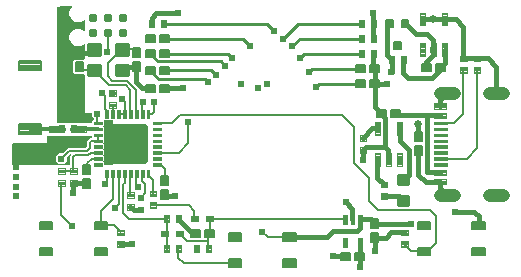
<source format=gbr>
G04 EAGLE Gerber RS-274X export*
G75*
%MOMM*%
%FSLAX34Y34*%
%LPD*%
%INTop Copper*%
%IPPOS*%
%AMOC8*
5,1,8,0,0,1.08239X$1,22.5*%
G01*
%ADD10C,0.200000*%
%ADD11C,0.160000*%
%ADD12C,0.148000*%
%ADD13C,0.100000*%
%ADD14C,0.300000*%
%ADD15C,0.055000*%
%ADD16C,0.510000*%
%ADD17C,0.120000*%
%ADD18C,0.140000*%
%ADD19C,0.787400*%
%ADD20C,0.110000*%
%ADD21C,0.080000*%
%ADD22C,1.108000*%
%ADD23C,0.060000*%
%ADD24C,0.220000*%
%ADD25C,0.604800*%
%ADD26C,0.400000*%
%ADD27C,0.654800*%
%ADD28C,0.250000*%
%ADD29C,0.600000*%

G36*
X-144816Y17917D02*
X-144816Y17917D01*
X-144807Y17916D01*
X-144719Y17937D01*
X-144629Y17955D01*
X-144622Y17960D01*
X-144614Y17962D01*
X-144541Y18016D01*
X-144465Y18068D01*
X-144461Y18075D01*
X-144454Y18080D01*
X-144407Y18158D01*
X-144358Y18235D01*
X-144357Y18244D01*
X-144352Y18251D01*
X-144325Y18415D01*
X-144325Y19345D01*
X-143270Y20400D01*
X-142724Y20400D01*
X-142716Y20401D01*
X-142707Y20400D01*
X-142619Y20421D01*
X-142529Y20439D01*
X-142522Y20444D01*
X-142514Y20446D01*
X-142441Y20500D01*
X-142365Y20552D01*
X-142361Y20559D01*
X-142354Y20564D01*
X-142307Y20642D01*
X-142258Y20719D01*
X-142257Y20728D01*
X-142252Y20735D01*
X-142225Y20899D01*
X-142225Y21285D01*
X-142227Y21297D01*
X-142225Y21310D01*
X-142247Y21394D01*
X-142264Y21480D01*
X-142271Y21490D01*
X-142275Y21502D01*
X-142371Y21638D01*
X-144249Y23516D01*
X-144249Y25400D01*
X-144250Y25408D01*
X-144249Y25417D01*
X-144270Y25505D01*
X-144288Y25595D01*
X-144293Y25602D01*
X-144295Y25610D01*
X-144349Y25683D01*
X-144401Y25759D01*
X-144408Y25763D01*
X-144413Y25770D01*
X-144491Y25817D01*
X-144568Y25866D01*
X-144577Y25867D01*
X-144584Y25872D01*
X-144748Y25899D01*
X-150631Y25899D01*
X-150631Y58471D01*
X-150632Y58479D01*
X-150631Y58488D01*
X-150652Y58576D01*
X-150670Y58666D01*
X-150675Y58673D01*
X-150677Y58681D01*
X-150731Y58754D01*
X-150783Y58830D01*
X-150790Y58834D01*
X-150795Y58841D01*
X-150873Y58888D01*
X-150950Y58937D01*
X-150959Y58938D01*
X-150966Y58943D01*
X-151130Y58970D01*
X-158838Y58970D01*
X-160165Y60297D01*
X-160165Y69943D01*
X-158838Y71270D01*
X-151130Y71270D01*
X-151122Y71271D01*
X-151113Y71270D01*
X-151025Y71291D01*
X-150935Y71309D01*
X-150928Y71314D01*
X-150920Y71316D01*
X-150847Y71370D01*
X-150771Y71422D01*
X-150767Y71429D01*
X-150760Y71434D01*
X-150713Y71512D01*
X-150664Y71589D01*
X-150663Y71598D01*
X-150658Y71605D01*
X-150631Y71769D01*
X-150631Y84233D01*
X-150632Y84237D01*
X-150631Y84242D01*
X-150651Y84334D01*
X-150670Y84428D01*
X-150673Y84432D01*
X-150674Y84436D01*
X-150729Y84513D01*
X-150783Y84592D01*
X-150786Y84594D01*
X-150789Y84598D01*
X-150871Y84648D01*
X-150950Y84699D01*
X-150955Y84700D01*
X-150958Y84702D01*
X-151052Y84716D01*
X-151147Y84732D01*
X-151151Y84731D01*
X-151155Y84732D01*
X-151247Y84708D01*
X-151340Y84686D01*
X-151343Y84684D01*
X-151347Y84683D01*
X-151483Y84586D01*
X-152080Y83989D01*
X-154760Y82879D01*
X-157660Y82879D01*
X-160340Y83989D01*
X-162391Y86040D01*
X-163501Y88720D01*
X-163501Y91620D01*
X-162391Y94300D01*
X-160340Y96351D01*
X-157660Y97461D01*
X-154760Y97461D01*
X-152080Y96351D01*
X-151483Y95754D01*
X-151480Y95751D01*
X-151477Y95748D01*
X-151397Y95697D01*
X-151317Y95644D01*
X-151313Y95643D01*
X-151310Y95641D01*
X-151216Y95625D01*
X-151122Y95608D01*
X-151118Y95608D01*
X-151113Y95608D01*
X-151022Y95630D01*
X-150928Y95650D01*
X-150924Y95653D01*
X-150920Y95654D01*
X-150844Y95710D01*
X-150766Y95766D01*
X-150763Y95769D01*
X-150760Y95772D01*
X-150712Y95853D01*
X-150661Y95935D01*
X-150661Y95939D01*
X-150658Y95943D01*
X-150631Y96107D01*
X-150631Y104553D01*
X-150632Y104557D01*
X-150631Y104562D01*
X-150651Y104654D01*
X-150670Y104748D01*
X-150673Y104752D01*
X-150674Y104756D01*
X-150729Y104833D01*
X-150783Y104912D01*
X-150786Y104914D01*
X-150789Y104918D01*
X-150871Y104968D01*
X-150950Y105019D01*
X-150955Y105020D01*
X-150958Y105022D01*
X-151052Y105036D01*
X-151147Y105052D01*
X-151151Y105051D01*
X-151155Y105052D01*
X-151247Y105028D01*
X-151340Y105006D01*
X-151343Y105004D01*
X-151347Y105003D01*
X-151483Y104906D01*
X-152080Y104309D01*
X-154760Y103199D01*
X-157660Y103199D01*
X-160340Y104309D01*
X-162391Y106360D01*
X-163501Y109040D01*
X-163501Y111940D01*
X-162391Y114620D01*
X-161166Y115845D01*
X-161163Y115849D01*
X-161160Y115851D01*
X-161109Y115931D01*
X-161056Y116011D01*
X-161055Y116015D01*
X-161053Y116018D01*
X-161037Y116112D01*
X-161019Y116206D01*
X-161020Y116210D01*
X-161020Y116215D01*
X-161042Y116306D01*
X-161062Y116400D01*
X-161065Y116404D01*
X-161066Y116408D01*
X-161122Y116484D01*
X-161178Y116563D01*
X-161181Y116565D01*
X-161184Y116568D01*
X-161265Y116617D01*
X-161347Y116667D01*
X-161351Y116667D01*
X-161355Y116670D01*
X-161519Y116697D01*
X-165000Y116697D01*
X-165012Y116695D01*
X-165028Y116696D01*
X-170201Y116406D01*
X-170235Y116397D01*
X-170284Y116394D01*
X-173466Y115668D01*
X-173514Y115646D01*
X-173565Y115634D01*
X-173604Y115606D01*
X-173647Y115586D01*
X-173683Y115547D01*
X-173725Y115516D01*
X-173750Y115475D01*
X-173782Y115440D01*
X-173800Y115390D01*
X-173827Y115345D01*
X-173836Y115289D01*
X-173849Y115253D01*
X-173847Y115222D01*
X-173854Y115181D01*
X-173854Y18415D01*
X-173853Y18407D01*
X-173854Y18398D01*
X-173833Y18310D01*
X-173815Y18220D01*
X-173810Y18213D01*
X-173808Y18205D01*
X-173754Y18132D01*
X-173702Y18056D01*
X-173695Y18052D01*
X-173690Y18045D01*
X-173612Y17998D01*
X-173535Y17949D01*
X-173526Y17948D01*
X-173519Y17943D01*
X-173355Y17916D01*
X-144824Y17916D01*
X-144816Y17917D01*
G37*
G36*
X-163036Y-18278D02*
X-163036Y-18278D01*
X-163027Y-18279D01*
X-162939Y-18258D01*
X-162849Y-18240D01*
X-162842Y-18235D01*
X-162834Y-18233D01*
X-162761Y-18179D01*
X-162685Y-18127D01*
X-162681Y-18120D01*
X-162674Y-18115D01*
X-162627Y-18037D01*
X-162578Y-17960D01*
X-162577Y-17951D01*
X-162572Y-17944D01*
X-162545Y-17780D01*
X-162545Y-10384D01*
X-161887Y-9727D01*
X-161885Y-9723D01*
X-161882Y-9721D01*
X-161831Y-9641D01*
X-161778Y-9561D01*
X-161777Y-9557D01*
X-161775Y-9554D01*
X-161759Y-9460D01*
X-161741Y-9366D01*
X-161742Y-9362D01*
X-161742Y-9357D01*
X-161763Y-9266D01*
X-161784Y-9172D01*
X-161787Y-9168D01*
X-161788Y-9164D01*
X-161844Y-9088D01*
X-161899Y-9009D01*
X-161903Y-9007D01*
X-161905Y-9004D01*
X-161987Y-8955D01*
X-162069Y-8905D01*
X-162073Y-8905D01*
X-162076Y-8902D01*
X-162241Y-8875D01*
X-162577Y-8875D01*
X-162590Y-8877D01*
X-162602Y-8875D01*
X-162687Y-8897D01*
X-162772Y-8914D01*
X-162783Y-8921D01*
X-162795Y-8925D01*
X-162930Y-9021D01*
X-165485Y-11576D01*
X-165492Y-11586D01*
X-165502Y-11594D01*
X-165547Y-11668D01*
X-165595Y-11741D01*
X-165597Y-11754D01*
X-165604Y-11765D01*
X-165631Y-11929D01*
X-165631Y-14584D01*
X-168296Y-17249D01*
X-172064Y-17249D01*
X-174729Y-14584D01*
X-174729Y-10816D01*
X-172064Y-8151D01*
X-169409Y-8151D01*
X-169396Y-8149D01*
X-169384Y-8151D01*
X-169299Y-8129D01*
X-169214Y-8112D01*
X-169203Y-8105D01*
X-169191Y-8101D01*
X-169056Y-8005D01*
X-164876Y-3825D01*
X-150013Y-3825D01*
X-150001Y-3823D01*
X-149988Y-3825D01*
X-149904Y-3803D01*
X-149818Y-3786D01*
X-149808Y-3779D01*
X-149796Y-3775D01*
X-149660Y-3679D01*
X-149047Y-3066D01*
X-149040Y-3055D01*
X-149030Y-3048D01*
X-148985Y-2973D01*
X-148937Y-2900D01*
X-148935Y-2888D01*
X-148928Y-2877D01*
X-148901Y-2713D01*
X-148901Y1990D01*
X-147491Y3400D01*
X-145866Y5025D01*
X-144824Y5025D01*
X-144816Y5026D01*
X-144807Y5025D01*
X-144719Y5046D01*
X-144629Y5064D01*
X-144622Y5069D01*
X-144614Y5071D01*
X-144541Y5125D01*
X-144465Y5177D01*
X-144461Y5184D01*
X-144454Y5189D01*
X-144407Y5267D01*
X-144358Y5344D01*
X-144357Y5353D01*
X-144352Y5360D01*
X-144325Y5524D01*
X-144325Y6350D01*
X-144326Y6358D01*
X-144325Y6367D01*
X-144346Y6455D01*
X-144364Y6545D01*
X-144369Y6552D01*
X-144371Y6560D01*
X-144425Y6633D01*
X-144477Y6709D01*
X-144484Y6713D01*
X-144489Y6720D01*
X-144567Y6767D01*
X-144644Y6816D01*
X-144653Y6817D01*
X-144660Y6822D01*
X-144824Y6849D01*
X-181610Y6849D01*
X-181618Y6848D01*
X-181627Y6849D01*
X-181715Y6828D01*
X-181805Y6810D01*
X-181812Y6805D01*
X-181820Y6803D01*
X-181893Y6749D01*
X-181969Y6697D01*
X-181973Y6690D01*
X-181980Y6685D01*
X-182027Y6607D01*
X-182076Y6530D01*
X-182077Y6521D01*
X-182082Y6514D01*
X-182109Y6350D01*
X-182109Y499D01*
X-211198Y499D01*
X-211206Y498D01*
X-211215Y499D01*
X-211303Y478D01*
X-211393Y460D01*
X-211400Y455D01*
X-211408Y453D01*
X-211481Y399D01*
X-211557Y347D01*
X-211561Y340D01*
X-211568Y335D01*
X-211615Y257D01*
X-211664Y180D01*
X-211665Y171D01*
X-211670Y164D01*
X-211697Y0D01*
X-211697Y-17780D01*
X-211696Y-17788D01*
X-211697Y-17797D01*
X-211676Y-17885D01*
X-211658Y-17975D01*
X-211653Y-17982D01*
X-211651Y-17990D01*
X-211597Y-18063D01*
X-211545Y-18139D01*
X-211538Y-18143D01*
X-211533Y-18150D01*
X-211455Y-18197D01*
X-211378Y-18246D01*
X-211369Y-18247D01*
X-211362Y-18252D01*
X-211198Y-18279D01*
X-163044Y-18279D01*
X-163036Y-18278D01*
G37*
G36*
X-126992Y-18278D02*
X-126992Y-18278D01*
X-126983Y-18279D01*
X-126895Y-18258D01*
X-126805Y-18240D01*
X-126798Y-18235D01*
X-126790Y-18233D01*
X-126717Y-18179D01*
X-126641Y-18127D01*
X-126637Y-18120D01*
X-126630Y-18115D01*
X-126583Y-18037D01*
X-126534Y-17960D01*
X-126533Y-17951D01*
X-126528Y-17944D01*
X-126501Y-17780D01*
X-126501Y19476D01*
X-126502Y19484D01*
X-126501Y19493D01*
X-126522Y19581D01*
X-126540Y19671D01*
X-126545Y19678D01*
X-126547Y19686D01*
X-126601Y19759D01*
X-126653Y19835D01*
X-126660Y19839D01*
X-126665Y19846D01*
X-126743Y19893D01*
X-126820Y19942D01*
X-126829Y19943D01*
X-126836Y19948D01*
X-127000Y19975D01*
X-128645Y19975D01*
X-128947Y20277D01*
X-128954Y20281D01*
X-128959Y20288D01*
X-129037Y20336D01*
X-129113Y20387D01*
X-129121Y20388D01*
X-129128Y20393D01*
X-129218Y20406D01*
X-129308Y20423D01*
X-129317Y20421D01*
X-129325Y20422D01*
X-129413Y20400D01*
X-129502Y20380D01*
X-129509Y20375D01*
X-129517Y20373D01*
X-129653Y20277D01*
X-129955Y19975D01*
X-133776Y19975D01*
X-133784Y19974D01*
X-133793Y19975D01*
X-133881Y19954D01*
X-133971Y19936D01*
X-133978Y19931D01*
X-133986Y19929D01*
X-134059Y19875D01*
X-134135Y19823D01*
X-134139Y19816D01*
X-134146Y19811D01*
X-134193Y19733D01*
X-134242Y19656D01*
X-134243Y19647D01*
X-134248Y19640D01*
X-134275Y19476D01*
X-134275Y15655D01*
X-134577Y15353D01*
X-134581Y15346D01*
X-134588Y15341D01*
X-134636Y15263D01*
X-134687Y15187D01*
X-134688Y15179D01*
X-134693Y15172D01*
X-134706Y15082D01*
X-134723Y14992D01*
X-134721Y14984D01*
X-134722Y14975D01*
X-134700Y14887D01*
X-134680Y14798D01*
X-134675Y14791D01*
X-134673Y14783D01*
X-134577Y14647D01*
X-134275Y14345D01*
X-134275Y10655D01*
X-134577Y10353D01*
X-134581Y10346D01*
X-134588Y10341D01*
X-134636Y10263D01*
X-134687Y10187D01*
X-134688Y10179D01*
X-134693Y10172D01*
X-134706Y10082D01*
X-134723Y9992D01*
X-134721Y9984D01*
X-134722Y9975D01*
X-134700Y9887D01*
X-134680Y9798D01*
X-134675Y9791D01*
X-134673Y9783D01*
X-134577Y9647D01*
X-134275Y9345D01*
X-134275Y5655D01*
X-134577Y5353D01*
X-134581Y5346D01*
X-134588Y5341D01*
X-134636Y5263D01*
X-134687Y5187D01*
X-134688Y5179D01*
X-134693Y5172D01*
X-134706Y5082D01*
X-134723Y4992D01*
X-134721Y4984D01*
X-134722Y4975D01*
X-134700Y4887D01*
X-134680Y4798D01*
X-134675Y4791D01*
X-134673Y4783D01*
X-134577Y4647D01*
X-134275Y4345D01*
X-134275Y655D01*
X-134577Y353D01*
X-134581Y346D01*
X-134588Y341D01*
X-134636Y263D01*
X-134687Y187D01*
X-134688Y179D01*
X-134693Y172D01*
X-134706Y82D01*
X-134723Y-8D01*
X-134721Y-17D01*
X-134722Y-25D01*
X-134700Y-113D01*
X-134680Y-202D01*
X-134675Y-209D01*
X-134673Y-217D01*
X-134577Y-353D01*
X-134275Y-655D01*
X-134275Y-4345D01*
X-134577Y-4647D01*
X-134581Y-4654D01*
X-134588Y-4659D01*
X-134636Y-4737D01*
X-134687Y-4813D01*
X-134688Y-4821D01*
X-134693Y-4828D01*
X-134706Y-4918D01*
X-134723Y-5008D01*
X-134721Y-5017D01*
X-134722Y-5025D01*
X-134700Y-5113D01*
X-134680Y-5202D01*
X-134675Y-5209D01*
X-134673Y-5217D01*
X-134577Y-5353D01*
X-134275Y-5655D01*
X-134275Y-9345D01*
X-134577Y-9647D01*
X-134581Y-9654D01*
X-134588Y-9659D01*
X-134636Y-9737D01*
X-134687Y-9813D01*
X-134688Y-9821D01*
X-134693Y-9828D01*
X-134706Y-9918D01*
X-134723Y-10008D01*
X-134721Y-10017D01*
X-134722Y-10025D01*
X-134700Y-10113D01*
X-134680Y-10202D01*
X-134675Y-10209D01*
X-134673Y-10217D01*
X-134577Y-10353D01*
X-134275Y-10655D01*
X-134275Y-14345D01*
X-134577Y-14647D01*
X-134581Y-14654D01*
X-134588Y-14659D01*
X-134636Y-14737D01*
X-134687Y-14813D01*
X-134688Y-14821D01*
X-134693Y-14828D01*
X-134706Y-14918D01*
X-134723Y-15008D01*
X-134721Y-15017D01*
X-134722Y-15025D01*
X-134700Y-15113D01*
X-134680Y-15202D01*
X-134675Y-15209D01*
X-134673Y-15217D01*
X-134577Y-15353D01*
X-134275Y-15655D01*
X-134275Y-17780D01*
X-134274Y-17788D01*
X-134275Y-17797D01*
X-134254Y-17885D01*
X-134236Y-17975D01*
X-134231Y-17982D01*
X-134229Y-17990D01*
X-134175Y-18063D01*
X-134123Y-18139D01*
X-134116Y-18143D01*
X-134111Y-18150D01*
X-134033Y-18197D01*
X-133956Y-18246D01*
X-133947Y-18247D01*
X-133940Y-18252D01*
X-133776Y-18279D01*
X-127000Y-18279D01*
X-126992Y-18278D01*
G37*
D10*
X-205850Y16370D02*
X-187850Y16370D01*
X-187850Y8370D01*
X-205850Y8370D01*
X-205850Y16370D01*
X-205850Y10270D02*
X-187850Y10270D01*
X-187850Y12170D02*
X-205850Y12170D01*
X-205850Y14070D02*
X-187850Y14070D01*
X-187850Y15970D02*
X-205850Y15970D01*
X-205850Y70370D02*
X-187850Y70370D01*
X-187850Y62370D01*
X-205850Y62370D01*
X-205850Y70370D01*
X-205850Y64270D02*
X-187850Y64270D01*
X-187850Y66170D02*
X-205850Y66170D01*
X-205850Y68070D02*
X-187850Y68070D01*
X-187850Y69970D02*
X-205850Y69970D01*
D11*
X-28200Y-97800D02*
X-17800Y-97800D01*
X-17800Y-104200D01*
X-28200Y-104200D01*
X-28200Y-97800D01*
X-28200Y-102680D02*
X-17800Y-102680D01*
X-17800Y-101160D02*
X-28200Y-101160D01*
X-28200Y-99640D02*
X-17800Y-99640D01*
X-17800Y-98120D02*
X-28200Y-98120D01*
X-28200Y-75800D02*
X-17800Y-75800D01*
X-17800Y-82200D01*
X-28200Y-82200D01*
X-28200Y-75800D01*
X-28200Y-80680D02*
X-17800Y-80680D01*
X-17800Y-79160D02*
X-28200Y-79160D01*
X-28200Y-77640D02*
X-17800Y-77640D01*
X-17800Y-76120D02*
X-28200Y-76120D01*
X17800Y-75800D02*
X28200Y-75800D01*
X28200Y-82200D01*
X17800Y-82200D01*
X17800Y-75800D01*
X17800Y-80680D02*
X28200Y-80680D01*
X28200Y-79160D02*
X17800Y-79160D01*
X17800Y-77640D02*
X28200Y-77640D01*
X28200Y-76120D02*
X17800Y-76120D01*
X17800Y-97800D02*
X28200Y-97800D01*
X28200Y-104200D01*
X17800Y-104200D01*
X17800Y-97800D01*
X17800Y-102680D02*
X28200Y-102680D01*
X28200Y-101160D02*
X17800Y-101160D01*
X17800Y-99640D02*
X28200Y-99640D01*
X28200Y-98120D02*
X17800Y-98120D01*
X-131800Y-72200D02*
X-142200Y-72200D01*
X-142200Y-65800D01*
X-131800Y-65800D01*
X-131800Y-72200D01*
X-131800Y-70680D02*
X-142200Y-70680D01*
X-142200Y-69160D02*
X-131800Y-69160D01*
X-131800Y-67640D02*
X-142200Y-67640D01*
X-142200Y-66120D02*
X-131800Y-66120D01*
X-131800Y-94200D02*
X-142200Y-94200D01*
X-142200Y-87800D01*
X-131800Y-87800D01*
X-131800Y-94200D01*
X-131800Y-92680D02*
X-142200Y-92680D01*
X-142200Y-91160D02*
X-131800Y-91160D01*
X-131800Y-89640D02*
X-142200Y-89640D01*
X-142200Y-88120D02*
X-131800Y-88120D01*
X-177800Y-94200D02*
X-188200Y-94200D01*
X-188200Y-87800D01*
X-177800Y-87800D01*
X-177800Y-94200D01*
X-177800Y-92680D02*
X-188200Y-92680D01*
X-188200Y-91160D02*
X-177800Y-91160D01*
X-177800Y-89640D02*
X-188200Y-89640D01*
X-188200Y-88120D02*
X-177800Y-88120D01*
X-177800Y-72200D02*
X-188200Y-72200D01*
X-188200Y-65800D01*
X-177800Y-65800D01*
X-177800Y-72200D01*
X-177800Y-70680D02*
X-188200Y-70680D01*
X-188200Y-69160D02*
X-177800Y-69160D01*
X-177800Y-67640D02*
X-188200Y-67640D01*
X-188200Y-66120D02*
X-177800Y-66120D01*
X131800Y-87800D02*
X142200Y-87800D01*
X142200Y-94200D01*
X131800Y-94200D01*
X131800Y-87800D01*
X131800Y-92680D02*
X142200Y-92680D01*
X142200Y-91160D02*
X131800Y-91160D01*
X131800Y-89640D02*
X142200Y-89640D01*
X142200Y-88120D02*
X131800Y-88120D01*
X131800Y-65800D02*
X142200Y-65800D01*
X142200Y-72200D01*
X131800Y-72200D01*
X131800Y-65800D01*
X131800Y-70680D02*
X142200Y-70680D01*
X142200Y-69160D02*
X131800Y-69160D01*
X131800Y-67640D02*
X142200Y-67640D01*
X142200Y-66120D02*
X131800Y-66120D01*
X177800Y-65800D02*
X188200Y-65800D01*
X188200Y-72200D01*
X177800Y-72200D01*
X177800Y-65800D01*
X177800Y-70680D02*
X188200Y-70680D01*
X188200Y-69160D02*
X177800Y-69160D01*
X177800Y-67640D02*
X188200Y-67640D01*
X188200Y-66120D02*
X177800Y-66120D01*
X177800Y-87800D02*
X188200Y-87800D01*
X188200Y-94200D01*
X177800Y-94200D01*
X177800Y-87800D01*
X177800Y-92680D02*
X188200Y-92680D01*
X188200Y-91160D02*
X177800Y-91160D01*
X177800Y-89640D02*
X188200Y-89640D01*
X188200Y-88120D02*
X177800Y-88120D01*
D12*
X98210Y-83545D02*
X98210Y-75775D01*
X98210Y-83545D02*
X92290Y-83545D01*
X92290Y-75775D01*
X98210Y-75775D01*
X98210Y-82139D02*
X92290Y-82139D01*
X92290Y-80733D02*
X98210Y-80733D01*
X98210Y-79327D02*
X92290Y-79327D01*
X92290Y-77921D02*
X98210Y-77921D01*
X98210Y-76515D02*
X92290Y-76515D01*
X98210Y-71545D02*
X98210Y-63775D01*
X98210Y-71545D02*
X92290Y-71545D01*
X92290Y-63775D01*
X98210Y-63775D01*
X98210Y-70139D02*
X92290Y-70139D01*
X92290Y-68733D02*
X98210Y-68733D01*
X98210Y-67327D02*
X92290Y-67327D01*
X92290Y-65921D02*
X98210Y-65921D01*
X98210Y-64515D02*
X92290Y-64515D01*
X-79015Y79160D02*
X-86785Y79160D01*
X-79015Y79160D02*
X-79015Y73240D01*
X-86785Y73240D01*
X-86785Y79160D01*
X-86785Y74646D02*
X-79015Y74646D01*
X-79015Y76052D02*
X-86785Y76052D01*
X-86785Y77458D02*
X-79015Y77458D01*
X-79015Y78864D02*
X-86785Y78864D01*
X-91015Y79160D02*
X-98785Y79160D01*
X-91015Y79160D02*
X-91015Y73240D01*
X-98785Y73240D01*
X-98785Y79160D01*
X-98785Y74646D02*
X-91015Y74646D01*
X-91015Y76052D02*
X-98785Y76052D01*
X-98785Y77458D02*
X-91015Y77458D01*
X-91015Y78864D02*
X-98785Y78864D01*
X-98785Y85940D02*
X-91015Y85940D01*
X-98785Y85940D02*
X-98785Y91860D01*
X-91015Y91860D01*
X-91015Y85940D01*
X-91015Y87346D02*
X-98785Y87346D01*
X-98785Y88752D02*
X-91015Y88752D01*
X-91015Y90158D02*
X-98785Y90158D01*
X-98785Y91564D02*
X-91015Y91564D01*
X-86785Y85940D02*
X-79015Y85940D01*
X-86785Y85940D02*
X-86785Y91860D01*
X-79015Y91860D01*
X-79015Y85940D01*
X-79015Y87346D02*
X-86785Y87346D01*
X-86785Y88752D02*
X-79015Y88752D01*
X-79015Y90158D02*
X-86785Y90158D01*
X-86785Y91564D02*
X-79015Y91564D01*
X91015Y66460D02*
X98785Y66460D01*
X98785Y60540D01*
X91015Y60540D01*
X91015Y66460D01*
X91015Y61946D02*
X98785Y61946D01*
X98785Y63352D02*
X91015Y63352D01*
X91015Y64758D02*
X98785Y64758D01*
X98785Y66164D02*
X91015Y66164D01*
X86785Y66460D02*
X79015Y66460D01*
X86785Y66460D02*
X86785Y60540D01*
X79015Y60540D01*
X79015Y66460D01*
X79015Y61946D02*
X86785Y61946D01*
X86785Y63352D02*
X79015Y63352D01*
X79015Y64758D02*
X86785Y64758D01*
X86785Y66164D02*
X79015Y66164D01*
X91015Y53760D02*
X98785Y53760D01*
X98785Y47840D01*
X91015Y47840D01*
X91015Y53760D01*
X91015Y49246D02*
X98785Y49246D01*
X98785Y50652D02*
X91015Y50652D01*
X91015Y52058D02*
X98785Y52058D01*
X98785Y53464D02*
X91015Y53464D01*
X86785Y53760D02*
X79015Y53760D01*
X86785Y53760D02*
X86785Y47840D01*
X79015Y47840D01*
X79015Y53760D01*
X79015Y49246D02*
X86785Y49246D01*
X86785Y50652D02*
X79015Y50652D01*
X79015Y52058D02*
X86785Y52058D01*
X86785Y53464D02*
X79015Y53464D01*
X-91015Y44030D02*
X-98785Y44030D01*
X-98785Y49950D01*
X-91015Y49950D01*
X-91015Y44030D01*
X-91015Y45436D02*
X-98785Y45436D01*
X-98785Y46842D02*
X-91015Y46842D01*
X-91015Y48248D02*
X-98785Y48248D01*
X-98785Y49654D02*
X-91015Y49654D01*
X-86785Y44030D02*
X-79015Y44030D01*
X-86785Y44030D02*
X-86785Y49950D01*
X-79015Y49950D01*
X-79015Y44030D01*
X-79015Y45436D02*
X-86785Y45436D01*
X-86785Y46842D02*
X-79015Y46842D01*
X-79015Y48248D02*
X-86785Y48248D01*
X-86785Y49654D02*
X-79015Y49654D01*
X-103720Y61235D02*
X-103720Y69005D01*
X-103720Y61235D02*
X-109640Y61235D01*
X-109640Y69005D01*
X-103720Y69005D01*
X-103720Y62641D02*
X-109640Y62641D01*
X-109640Y64047D02*
X-103720Y64047D01*
X-103720Y65453D02*
X-109640Y65453D01*
X-109640Y66859D02*
X-103720Y66859D01*
X-103720Y68265D02*
X-109640Y68265D01*
X-103720Y73235D02*
X-103720Y81005D01*
X-103720Y73235D02*
X-109640Y73235D01*
X-109640Y81005D01*
X-103720Y81005D01*
X-103720Y74641D02*
X-109640Y74641D01*
X-109640Y76047D02*
X-103720Y76047D01*
X-103720Y77453D02*
X-109640Y77453D01*
X-109640Y78859D02*
X-103720Y78859D01*
X-103720Y80265D02*
X-109640Y80265D01*
X-157900Y81005D02*
X-157900Y73235D01*
X-157900Y81005D02*
X-151980Y81005D01*
X-151980Y73235D01*
X-157900Y73235D01*
X-157900Y74641D02*
X-151980Y74641D01*
X-151980Y76047D02*
X-157900Y76047D01*
X-157900Y77453D02*
X-151980Y77453D01*
X-151980Y78859D02*
X-157900Y78859D01*
X-157900Y80265D02*
X-151980Y80265D01*
X-157900Y69005D02*
X-157900Y61235D01*
X-157900Y69005D02*
X-151980Y69005D01*
X-151980Y61235D01*
X-157900Y61235D01*
X-157900Y62641D02*
X-151980Y62641D01*
X-151980Y64047D02*
X-157900Y64047D01*
X-157900Y65453D02*
X-151980Y65453D01*
X-151980Y66859D02*
X-157900Y66859D01*
X-157900Y68265D02*
X-151980Y68265D01*
X66315Y-98210D02*
X74085Y-98210D01*
X66315Y-98210D02*
X66315Y-92290D01*
X74085Y-92290D01*
X74085Y-98210D01*
X74085Y-96804D02*
X66315Y-96804D01*
X66315Y-95398D02*
X74085Y-95398D01*
X74085Y-93992D02*
X66315Y-93992D01*
X66315Y-92586D02*
X74085Y-92586D01*
X78315Y-98210D02*
X86085Y-98210D01*
X78315Y-98210D02*
X78315Y-92290D01*
X86085Y-92290D01*
X86085Y-98210D01*
X86085Y-96804D02*
X78315Y-96804D01*
X78315Y-95398D02*
X86085Y-95398D01*
X86085Y-93992D02*
X78315Y-93992D01*
X78315Y-92586D02*
X86085Y-92586D01*
X-145630Y-37825D02*
X-145630Y-30055D01*
X-145630Y-37825D02*
X-151550Y-37825D01*
X-151550Y-30055D01*
X-145630Y-30055D01*
X-145630Y-36419D02*
X-151550Y-36419D01*
X-151550Y-35013D02*
X-145630Y-35013D01*
X-145630Y-33607D02*
X-151550Y-33607D01*
X-151550Y-32201D02*
X-145630Y-32201D01*
X-145630Y-30795D02*
X-151550Y-30795D01*
X-145630Y-25825D02*
X-145630Y-18055D01*
X-145630Y-25825D02*
X-151550Y-25825D01*
X-151550Y-18055D01*
X-145630Y-18055D01*
X-145630Y-24419D02*
X-151550Y-24419D01*
X-151550Y-23013D02*
X-145630Y-23013D01*
X-145630Y-21607D02*
X-151550Y-21607D01*
X-151550Y-20201D02*
X-145630Y-20201D01*
X-145630Y-18795D02*
X-151550Y-18795D01*
X-79590Y-38945D02*
X-79590Y-46715D01*
X-85510Y-46715D01*
X-85510Y-38945D01*
X-79590Y-38945D01*
X-79590Y-45309D02*
X-85510Y-45309D01*
X-85510Y-43903D02*
X-79590Y-43903D01*
X-79590Y-42497D02*
X-85510Y-42497D01*
X-85510Y-41091D02*
X-79590Y-41091D01*
X-79590Y-39685D02*
X-85510Y-39685D01*
X-79590Y-34715D02*
X-79590Y-26945D01*
X-79590Y-34715D02*
X-85510Y-34715D01*
X-85510Y-26945D01*
X-79590Y-26945D01*
X-79590Y-33309D02*
X-85510Y-33309D01*
X-85510Y-31903D02*
X-79590Y-31903D01*
X-79590Y-30497D02*
X-85510Y-30497D01*
X-85510Y-29091D02*
X-79590Y-29091D01*
X-79590Y-27685D02*
X-85510Y-27685D01*
X96795Y22440D02*
X104565Y22440D01*
X96795Y22440D02*
X96795Y28360D01*
X104565Y28360D01*
X104565Y22440D01*
X104565Y23846D02*
X96795Y23846D01*
X96795Y25252D02*
X104565Y25252D01*
X104565Y26658D02*
X96795Y26658D01*
X96795Y28064D02*
X104565Y28064D01*
X108795Y22440D02*
X116565Y22440D01*
X108795Y22440D02*
X108795Y28360D01*
X116565Y28360D01*
X116565Y22440D01*
X116565Y23846D02*
X108795Y23846D01*
X108795Y25252D02*
X116565Y25252D01*
X116565Y26658D02*
X108795Y26658D01*
X108795Y28064D02*
X116565Y28064D01*
X135040Y-2115D02*
X135040Y-9885D01*
X129120Y-9885D01*
X129120Y-2115D01*
X135040Y-2115D01*
X135040Y-8479D02*
X129120Y-8479D01*
X129120Y-7073D02*
X135040Y-7073D01*
X135040Y-5667D02*
X129120Y-5667D01*
X129120Y-4261D02*
X135040Y-4261D01*
X135040Y-2855D02*
X129120Y-2855D01*
X135040Y2115D02*
X135040Y9885D01*
X135040Y2115D02*
X129120Y2115D01*
X129120Y9885D01*
X135040Y9885D01*
X135040Y3521D02*
X129120Y3521D01*
X129120Y4927D02*
X135040Y4927D01*
X135040Y6333D02*
X129120Y6333D01*
X129120Y7739D02*
X135040Y7739D01*
X135040Y9145D02*
X129120Y9145D01*
X-52915Y-79160D02*
X-60685Y-79160D01*
X-60685Y-73240D01*
X-52915Y-73240D01*
X-52915Y-79160D01*
X-52915Y-77754D02*
X-60685Y-77754D01*
X-60685Y-76348D02*
X-52915Y-76348D01*
X-52915Y-74942D02*
X-60685Y-74942D01*
X-60685Y-73536D02*
X-52915Y-73536D01*
X-48685Y-79160D02*
X-40915Y-79160D01*
X-48685Y-79160D02*
X-48685Y-73240D01*
X-40915Y-73240D01*
X-40915Y-79160D01*
X-40915Y-77754D02*
X-48685Y-77754D01*
X-48685Y-76348D02*
X-40915Y-76348D01*
X-40915Y-74942D02*
X-48685Y-74942D01*
X-48685Y-73536D02*
X-40915Y-73536D01*
X134895Y61810D02*
X142665Y61810D01*
X134895Y61810D02*
X134895Y67730D01*
X142665Y67730D01*
X142665Y61810D01*
X142665Y63216D02*
X134895Y63216D01*
X134895Y64622D02*
X142665Y64622D01*
X142665Y66028D02*
X134895Y66028D01*
X134895Y67434D02*
X142665Y67434D01*
X146895Y61810D02*
X154665Y61810D01*
X146895Y61810D02*
X146895Y67730D01*
X154665Y67730D01*
X154665Y61810D01*
X154665Y63216D02*
X146895Y63216D01*
X146895Y64622D02*
X154665Y64622D01*
X154665Y66028D02*
X146895Y66028D01*
X146895Y67434D02*
X154665Y67434D01*
X-79015Y65190D02*
X-86785Y65190D01*
X-79015Y65190D02*
X-79015Y59270D01*
X-86785Y59270D01*
X-86785Y65190D01*
X-86785Y60676D02*
X-79015Y60676D01*
X-79015Y62082D02*
X-86785Y62082D01*
X-86785Y63488D02*
X-79015Y63488D01*
X-79015Y64894D02*
X-86785Y64894D01*
X-91015Y65190D02*
X-98785Y65190D01*
X-91015Y65190D02*
X-91015Y59270D01*
X-98785Y59270D01*
X-98785Y65190D01*
X-98785Y60676D02*
X-91015Y60676D01*
X-91015Y62082D02*
X-98785Y62082D01*
X-98785Y63488D02*
X-91015Y63488D01*
X-91015Y64894D02*
X-98785Y64894D01*
D13*
X-86200Y-74200D02*
X-80200Y-74200D01*
X-80200Y-78200D01*
X-86200Y-78200D01*
X-86200Y-74200D01*
X-86200Y-77250D02*
X-80200Y-77250D01*
X-80200Y-76300D02*
X-86200Y-76300D01*
X-86200Y-75350D02*
X-80200Y-75350D01*
X-80200Y-74400D02*
X-86200Y-74400D01*
X-73200Y-74200D02*
X-67200Y-74200D01*
X-67200Y-78200D01*
X-73200Y-78200D01*
X-73200Y-74200D01*
X-73200Y-77250D02*
X-67200Y-77250D01*
X-67200Y-76300D02*
X-73200Y-76300D01*
X-73200Y-75350D02*
X-67200Y-75350D01*
X-67200Y-74400D02*
X-73200Y-74400D01*
X-60800Y-61500D02*
X-54800Y-61500D01*
X-54800Y-65500D01*
X-60800Y-65500D01*
X-60800Y-61500D01*
X-60800Y-64550D02*
X-54800Y-64550D01*
X-54800Y-63600D02*
X-60800Y-63600D01*
X-60800Y-62650D02*
X-54800Y-62650D01*
X-54800Y-61700D02*
X-60800Y-61700D01*
X-47800Y-61500D02*
X-41800Y-61500D01*
X-41800Y-65500D01*
X-47800Y-65500D01*
X-47800Y-61500D01*
X-47800Y-64550D02*
X-41800Y-64550D01*
X-41800Y-63600D02*
X-47800Y-63600D01*
X-47800Y-62650D02*
X-41800Y-62650D01*
X-41800Y-61700D02*
X-47800Y-61700D01*
D14*
X115880Y-34100D02*
X122880Y-34100D01*
X115880Y-34100D02*
X115880Y-27100D01*
X122880Y-27100D01*
X122880Y-34100D01*
X122880Y-31250D02*
X115880Y-31250D01*
X115880Y-28400D02*
X122880Y-28400D01*
X122880Y-51640D02*
X115880Y-51640D01*
X115880Y-44640D01*
X122880Y-44640D01*
X122880Y-51640D01*
X122880Y-48790D02*
X115880Y-48790D01*
X115880Y-45940D02*
X122880Y-45940D01*
D15*
X-86075Y1400D02*
X-92525Y1400D01*
X-92525Y3600D01*
X-86075Y3600D01*
X-86075Y1400D01*
X-86075Y1922D02*
X-92525Y1922D01*
X-92525Y2444D02*
X-86075Y2444D01*
X-86075Y2966D02*
X-92525Y2966D01*
X-92525Y3488D02*
X-86075Y3488D01*
X-86075Y-3600D02*
X-92525Y-3600D01*
X-92525Y-1400D01*
X-86075Y-1400D01*
X-86075Y-3600D01*
X-86075Y-3078D02*
X-92525Y-3078D01*
X-92525Y-2556D02*
X-86075Y-2556D01*
X-86075Y-2034D02*
X-92525Y-2034D01*
X-92525Y-1512D02*
X-86075Y-1512D01*
X-86075Y-8600D02*
X-92525Y-8600D01*
X-92525Y-6400D01*
X-86075Y-6400D01*
X-86075Y-8600D01*
X-86075Y-8078D02*
X-92525Y-8078D01*
X-92525Y-7556D02*
X-86075Y-7556D01*
X-86075Y-7034D02*
X-92525Y-7034D01*
X-92525Y-6512D02*
X-86075Y-6512D01*
X-86075Y6400D02*
X-92525Y6400D01*
X-92525Y8600D01*
X-86075Y8600D01*
X-86075Y6400D01*
X-86075Y6922D02*
X-92525Y6922D01*
X-92525Y7444D02*
X-86075Y7444D01*
X-86075Y7966D02*
X-92525Y7966D01*
X-92525Y8488D02*
X-86075Y8488D01*
X-86075Y11400D02*
X-92525Y11400D01*
X-92525Y13600D01*
X-86075Y13600D01*
X-86075Y11400D01*
X-86075Y11922D02*
X-92525Y11922D01*
X-92525Y12444D02*
X-86075Y12444D01*
X-86075Y12966D02*
X-92525Y12966D01*
X-92525Y13488D02*
X-86075Y13488D01*
X-86075Y-13600D02*
X-92525Y-13600D01*
X-92525Y-11400D01*
X-86075Y-11400D01*
X-86075Y-13600D01*
X-86075Y-13078D02*
X-92525Y-13078D01*
X-92525Y-12556D02*
X-86075Y-12556D01*
X-86075Y-12034D02*
X-92525Y-12034D01*
X-92525Y-11512D02*
X-86075Y-11512D01*
X-86075Y-18600D02*
X-92525Y-18600D01*
X-92525Y-16400D01*
X-86075Y-16400D01*
X-86075Y-18600D01*
X-86075Y-18078D02*
X-92525Y-18078D01*
X-92525Y-17556D02*
X-86075Y-17556D01*
X-86075Y-17034D02*
X-92525Y-17034D01*
X-92525Y-16512D02*
X-86075Y-16512D01*
X-86075Y16400D02*
X-92525Y16400D01*
X-92525Y18600D01*
X-86075Y18600D01*
X-86075Y16400D01*
X-86075Y16922D02*
X-92525Y16922D01*
X-92525Y17444D02*
X-86075Y17444D01*
X-86075Y17966D02*
X-92525Y17966D01*
X-92525Y18488D02*
X-86075Y18488D01*
X-136075Y16400D02*
X-142525Y16400D01*
X-142525Y18600D01*
X-136075Y18600D01*
X-136075Y16400D01*
X-136075Y16922D02*
X-142525Y16922D01*
X-142525Y17444D02*
X-136075Y17444D01*
X-136075Y17966D02*
X-142525Y17966D01*
X-142525Y18488D02*
X-136075Y18488D01*
X-136075Y-18600D02*
X-142525Y-18600D01*
X-142525Y-16400D01*
X-136075Y-16400D01*
X-136075Y-18600D01*
X-136075Y-18078D02*
X-142525Y-18078D01*
X-142525Y-17556D02*
X-136075Y-17556D01*
X-136075Y-17034D02*
X-142525Y-17034D01*
X-142525Y-16512D02*
X-136075Y-16512D01*
X-136075Y-13600D02*
X-142525Y-13600D01*
X-142525Y-11400D01*
X-136075Y-11400D01*
X-136075Y-13600D01*
X-136075Y-13078D02*
X-142525Y-13078D01*
X-142525Y-12556D02*
X-136075Y-12556D01*
X-136075Y-12034D02*
X-142525Y-12034D01*
X-142525Y-11512D02*
X-136075Y-11512D01*
X-136075Y11400D02*
X-142525Y11400D01*
X-142525Y13600D01*
X-136075Y13600D01*
X-136075Y11400D01*
X-136075Y11922D02*
X-142525Y11922D01*
X-142525Y12444D02*
X-136075Y12444D01*
X-136075Y12966D02*
X-142525Y12966D01*
X-142525Y13488D02*
X-136075Y13488D01*
X-136075Y6400D02*
X-142525Y6400D01*
X-142525Y8600D01*
X-136075Y8600D01*
X-136075Y6400D01*
X-136075Y6922D02*
X-142525Y6922D01*
X-142525Y7444D02*
X-136075Y7444D01*
X-136075Y7966D02*
X-142525Y7966D01*
X-142525Y8488D02*
X-136075Y8488D01*
X-136075Y-8600D02*
X-142525Y-8600D01*
X-142525Y-6400D01*
X-136075Y-6400D01*
X-136075Y-8600D01*
X-136075Y-8078D02*
X-142525Y-8078D01*
X-142525Y-7556D02*
X-136075Y-7556D01*
X-136075Y-7034D02*
X-142525Y-7034D01*
X-142525Y-6512D02*
X-136075Y-6512D01*
X-136075Y-3600D02*
X-142525Y-3600D01*
X-142525Y-1400D01*
X-136075Y-1400D01*
X-136075Y-3600D01*
X-136075Y-3078D02*
X-142525Y-3078D01*
X-142525Y-2556D02*
X-136075Y-2556D01*
X-136075Y-2034D02*
X-142525Y-2034D01*
X-142525Y-1512D02*
X-136075Y-1512D01*
X-136075Y1400D02*
X-142525Y1400D01*
X-142525Y3600D01*
X-136075Y3600D01*
X-136075Y1400D01*
X-136075Y1922D02*
X-142525Y1922D01*
X-142525Y2444D02*
X-136075Y2444D01*
X-136075Y2966D02*
X-142525Y2966D01*
X-142525Y3488D02*
X-136075Y3488D01*
X-115700Y21775D02*
X-115700Y28225D01*
X-115700Y21775D02*
X-117900Y21775D01*
X-117900Y28225D01*
X-115700Y28225D01*
X-115700Y22297D02*
X-117900Y22297D01*
X-117900Y22819D02*
X-115700Y22819D01*
X-115700Y23341D02*
X-117900Y23341D01*
X-117900Y23863D02*
X-115700Y23863D01*
X-115700Y24385D02*
X-117900Y24385D01*
X-117900Y24907D02*
X-115700Y24907D01*
X-115700Y25429D02*
X-117900Y25429D01*
X-117900Y25951D02*
X-115700Y25951D01*
X-115700Y26473D02*
X-117900Y26473D01*
X-117900Y26995D02*
X-115700Y26995D01*
X-115700Y27517D02*
X-117900Y27517D01*
X-117900Y28039D02*
X-115700Y28039D01*
X-115700Y-21775D02*
X-115700Y-28225D01*
X-117900Y-28225D01*
X-117900Y-21775D01*
X-115700Y-21775D01*
X-115700Y-27703D02*
X-117900Y-27703D01*
X-117900Y-27181D02*
X-115700Y-27181D01*
X-115700Y-26659D02*
X-117900Y-26659D01*
X-117900Y-26137D02*
X-115700Y-26137D01*
X-115700Y-25615D02*
X-117900Y-25615D01*
X-117900Y-25093D02*
X-115700Y-25093D01*
X-115700Y-24571D02*
X-117900Y-24571D01*
X-117900Y-24049D02*
X-115700Y-24049D01*
X-115700Y-23527D02*
X-117900Y-23527D01*
X-117900Y-23005D02*
X-115700Y-23005D01*
X-115700Y-22483D02*
X-117900Y-22483D01*
X-117900Y-21961D02*
X-115700Y-21961D01*
X-110700Y-21775D02*
X-110700Y-28225D01*
X-112900Y-28225D01*
X-112900Y-21775D01*
X-110700Y-21775D01*
X-110700Y-27703D02*
X-112900Y-27703D01*
X-112900Y-27181D02*
X-110700Y-27181D01*
X-110700Y-26659D02*
X-112900Y-26659D01*
X-112900Y-26137D02*
X-110700Y-26137D01*
X-110700Y-25615D02*
X-112900Y-25615D01*
X-112900Y-25093D02*
X-110700Y-25093D01*
X-110700Y-24571D02*
X-112900Y-24571D01*
X-112900Y-24049D02*
X-110700Y-24049D01*
X-110700Y-23527D02*
X-112900Y-23527D01*
X-112900Y-23005D02*
X-110700Y-23005D01*
X-110700Y-22483D02*
X-112900Y-22483D01*
X-112900Y-21961D02*
X-110700Y-21961D01*
X-110700Y21775D02*
X-110700Y28225D01*
X-110700Y21775D02*
X-112900Y21775D01*
X-112900Y28225D01*
X-110700Y28225D01*
X-110700Y22297D02*
X-112900Y22297D01*
X-112900Y22819D02*
X-110700Y22819D01*
X-110700Y23341D02*
X-112900Y23341D01*
X-112900Y23863D02*
X-110700Y23863D01*
X-110700Y24385D02*
X-112900Y24385D01*
X-112900Y24907D02*
X-110700Y24907D01*
X-110700Y25429D02*
X-112900Y25429D01*
X-112900Y25951D02*
X-110700Y25951D01*
X-110700Y26473D02*
X-112900Y26473D01*
X-112900Y26995D02*
X-110700Y26995D01*
X-110700Y27517D02*
X-112900Y27517D01*
X-112900Y28039D02*
X-110700Y28039D01*
X-105700Y28225D02*
X-105700Y21775D01*
X-107900Y21775D01*
X-107900Y28225D01*
X-105700Y28225D01*
X-105700Y22297D02*
X-107900Y22297D01*
X-107900Y22819D02*
X-105700Y22819D01*
X-105700Y23341D02*
X-107900Y23341D01*
X-107900Y23863D02*
X-105700Y23863D01*
X-105700Y24385D02*
X-107900Y24385D01*
X-107900Y24907D02*
X-105700Y24907D01*
X-105700Y25429D02*
X-107900Y25429D01*
X-107900Y25951D02*
X-105700Y25951D01*
X-105700Y26473D02*
X-107900Y26473D01*
X-107900Y26995D02*
X-105700Y26995D01*
X-105700Y27517D02*
X-107900Y27517D01*
X-107900Y28039D02*
X-105700Y28039D01*
X-105700Y-21775D02*
X-105700Y-28225D01*
X-107900Y-28225D01*
X-107900Y-21775D01*
X-105700Y-21775D01*
X-105700Y-27703D02*
X-107900Y-27703D01*
X-107900Y-27181D02*
X-105700Y-27181D01*
X-105700Y-26659D02*
X-107900Y-26659D01*
X-107900Y-26137D02*
X-105700Y-26137D01*
X-105700Y-25615D02*
X-107900Y-25615D01*
X-107900Y-25093D02*
X-105700Y-25093D01*
X-105700Y-24571D02*
X-107900Y-24571D01*
X-107900Y-24049D02*
X-105700Y-24049D01*
X-105700Y-23527D02*
X-107900Y-23527D01*
X-107900Y-23005D02*
X-105700Y-23005D01*
X-105700Y-22483D02*
X-107900Y-22483D01*
X-107900Y-21961D02*
X-105700Y-21961D01*
X-120700Y-21775D02*
X-120700Y-28225D01*
X-122900Y-28225D01*
X-122900Y-21775D01*
X-120700Y-21775D01*
X-120700Y-27703D02*
X-122900Y-27703D01*
X-122900Y-27181D02*
X-120700Y-27181D01*
X-120700Y-26659D02*
X-122900Y-26659D01*
X-122900Y-26137D02*
X-120700Y-26137D01*
X-120700Y-25615D02*
X-122900Y-25615D01*
X-122900Y-25093D02*
X-120700Y-25093D01*
X-120700Y-24571D02*
X-122900Y-24571D01*
X-122900Y-24049D02*
X-120700Y-24049D01*
X-120700Y-23527D02*
X-122900Y-23527D01*
X-122900Y-23005D02*
X-120700Y-23005D01*
X-120700Y-22483D02*
X-122900Y-22483D01*
X-122900Y-21961D02*
X-120700Y-21961D01*
X-120700Y21775D02*
X-120700Y28225D01*
X-120700Y21775D02*
X-122900Y21775D01*
X-122900Y28225D01*
X-120700Y28225D01*
X-120700Y22297D02*
X-122900Y22297D01*
X-122900Y22819D02*
X-120700Y22819D01*
X-120700Y23341D02*
X-122900Y23341D01*
X-122900Y23863D02*
X-120700Y23863D01*
X-120700Y24385D02*
X-122900Y24385D01*
X-122900Y24907D02*
X-120700Y24907D01*
X-120700Y25429D02*
X-122900Y25429D01*
X-122900Y25951D02*
X-120700Y25951D01*
X-120700Y26473D02*
X-122900Y26473D01*
X-122900Y26995D02*
X-120700Y26995D01*
X-120700Y27517D02*
X-122900Y27517D01*
X-122900Y28039D02*
X-120700Y28039D01*
X-125700Y28225D02*
X-125700Y21775D01*
X-127900Y21775D01*
X-127900Y28225D01*
X-125700Y28225D01*
X-125700Y22297D02*
X-127900Y22297D01*
X-127900Y22819D02*
X-125700Y22819D01*
X-125700Y23341D02*
X-127900Y23341D01*
X-127900Y23863D02*
X-125700Y23863D01*
X-125700Y24385D02*
X-127900Y24385D01*
X-127900Y24907D02*
X-125700Y24907D01*
X-125700Y25429D02*
X-127900Y25429D01*
X-127900Y25951D02*
X-125700Y25951D01*
X-125700Y26473D02*
X-127900Y26473D01*
X-127900Y26995D02*
X-125700Y26995D01*
X-125700Y27517D02*
X-127900Y27517D01*
X-127900Y28039D02*
X-125700Y28039D01*
X-125700Y-21775D02*
X-125700Y-28225D01*
X-127900Y-28225D01*
X-127900Y-21775D01*
X-125700Y-21775D01*
X-125700Y-27703D02*
X-127900Y-27703D01*
X-127900Y-27181D02*
X-125700Y-27181D01*
X-125700Y-26659D02*
X-127900Y-26659D01*
X-127900Y-26137D02*
X-125700Y-26137D01*
X-125700Y-25615D02*
X-127900Y-25615D01*
X-127900Y-25093D02*
X-125700Y-25093D01*
X-125700Y-24571D02*
X-127900Y-24571D01*
X-127900Y-24049D02*
X-125700Y-24049D01*
X-125700Y-23527D02*
X-127900Y-23527D01*
X-127900Y-23005D02*
X-125700Y-23005D01*
X-125700Y-22483D02*
X-127900Y-22483D01*
X-127900Y-21961D02*
X-125700Y-21961D01*
X-100700Y-21775D02*
X-100700Y-28225D01*
X-102900Y-28225D01*
X-102900Y-21775D01*
X-100700Y-21775D01*
X-100700Y-27703D02*
X-102900Y-27703D01*
X-102900Y-27181D02*
X-100700Y-27181D01*
X-100700Y-26659D02*
X-102900Y-26659D01*
X-102900Y-26137D02*
X-100700Y-26137D01*
X-100700Y-25615D02*
X-102900Y-25615D01*
X-102900Y-25093D02*
X-100700Y-25093D01*
X-100700Y-24571D02*
X-102900Y-24571D01*
X-102900Y-24049D02*
X-100700Y-24049D01*
X-100700Y-23527D02*
X-102900Y-23527D01*
X-102900Y-23005D02*
X-100700Y-23005D01*
X-100700Y-22483D02*
X-102900Y-22483D01*
X-102900Y-21961D02*
X-100700Y-21961D01*
X-100700Y21775D02*
X-100700Y28225D01*
X-100700Y21775D02*
X-102900Y21775D01*
X-102900Y28225D01*
X-100700Y28225D01*
X-100700Y22297D02*
X-102900Y22297D01*
X-102900Y22819D02*
X-100700Y22819D01*
X-100700Y23341D02*
X-102900Y23341D01*
X-102900Y23863D02*
X-100700Y23863D01*
X-100700Y24385D02*
X-102900Y24385D01*
X-102900Y24907D02*
X-100700Y24907D01*
X-100700Y25429D02*
X-102900Y25429D01*
X-102900Y25951D02*
X-100700Y25951D01*
X-100700Y26473D02*
X-102900Y26473D01*
X-102900Y26995D02*
X-100700Y26995D01*
X-100700Y27517D02*
X-102900Y27517D01*
X-102900Y28039D02*
X-100700Y28039D01*
X-95700Y28225D02*
X-95700Y21775D01*
X-97900Y21775D01*
X-97900Y28225D01*
X-95700Y28225D01*
X-95700Y22297D02*
X-97900Y22297D01*
X-97900Y22819D02*
X-95700Y22819D01*
X-95700Y23341D02*
X-97900Y23341D01*
X-97900Y23863D02*
X-95700Y23863D01*
X-95700Y24385D02*
X-97900Y24385D01*
X-97900Y24907D02*
X-95700Y24907D01*
X-95700Y25429D02*
X-97900Y25429D01*
X-97900Y25951D02*
X-95700Y25951D01*
X-95700Y26473D02*
X-97900Y26473D01*
X-97900Y26995D02*
X-95700Y26995D01*
X-95700Y27517D02*
X-97900Y27517D01*
X-97900Y28039D02*
X-95700Y28039D01*
X-95700Y-21775D02*
X-95700Y-28225D01*
X-97900Y-28225D01*
X-97900Y-21775D01*
X-95700Y-21775D01*
X-95700Y-27703D02*
X-97900Y-27703D01*
X-97900Y-27181D02*
X-95700Y-27181D01*
X-95700Y-26659D02*
X-97900Y-26659D01*
X-97900Y-26137D02*
X-95700Y-26137D01*
X-95700Y-25615D02*
X-97900Y-25615D01*
X-97900Y-25093D02*
X-95700Y-25093D01*
X-95700Y-24571D02*
X-97900Y-24571D01*
X-97900Y-24049D02*
X-95700Y-24049D01*
X-95700Y-23527D02*
X-97900Y-23527D01*
X-97900Y-23005D02*
X-95700Y-23005D01*
X-95700Y-22483D02*
X-97900Y-22483D01*
X-97900Y-21961D02*
X-95700Y-21961D01*
X-130700Y-21775D02*
X-130700Y-28225D01*
X-132900Y-28225D01*
X-132900Y-21775D01*
X-130700Y-21775D01*
X-130700Y-27703D02*
X-132900Y-27703D01*
X-132900Y-27181D02*
X-130700Y-27181D01*
X-130700Y-26659D02*
X-132900Y-26659D01*
X-132900Y-26137D02*
X-130700Y-26137D01*
X-130700Y-25615D02*
X-132900Y-25615D01*
X-132900Y-25093D02*
X-130700Y-25093D01*
X-130700Y-24571D02*
X-132900Y-24571D01*
X-132900Y-24049D02*
X-130700Y-24049D01*
X-130700Y-23527D02*
X-132900Y-23527D01*
X-132900Y-23005D02*
X-130700Y-23005D01*
X-130700Y-22483D02*
X-132900Y-22483D01*
X-132900Y-21961D02*
X-130700Y-21961D01*
X-130700Y21775D02*
X-130700Y28225D01*
X-130700Y21775D02*
X-132900Y21775D01*
X-132900Y28225D01*
X-130700Y28225D01*
X-130700Y22297D02*
X-132900Y22297D01*
X-132900Y22819D02*
X-130700Y22819D01*
X-130700Y23341D02*
X-132900Y23341D01*
X-132900Y23863D02*
X-130700Y23863D01*
X-130700Y24385D02*
X-132900Y24385D01*
X-132900Y24907D02*
X-130700Y24907D01*
X-130700Y25429D02*
X-132900Y25429D01*
X-132900Y25951D02*
X-130700Y25951D01*
X-130700Y26473D02*
X-132900Y26473D01*
X-132900Y26995D02*
X-130700Y26995D01*
X-130700Y27517D02*
X-132900Y27517D01*
X-132900Y28039D02*
X-130700Y28039D01*
D16*
X-128750Y14450D02*
X-99850Y14450D01*
X-99850Y-14450D01*
X-128750Y-14450D01*
X-128750Y14450D01*
X-128750Y-9605D02*
X-99850Y-9605D01*
X-99850Y-4760D02*
X-128750Y-4760D01*
X-128750Y85D02*
X-99850Y85D01*
X-99850Y4930D02*
X-128750Y4930D01*
X-128750Y9775D02*
X-99850Y9775D01*
D17*
X-174900Y5020D02*
X-174900Y220D01*
X-180700Y220D01*
X-180700Y5020D01*
X-174900Y5020D01*
X-174900Y1360D02*
X-180700Y1360D01*
X-180700Y2500D02*
X-174900Y2500D01*
X-174900Y3640D02*
X-180700Y3640D01*
X-180700Y4780D02*
X-174900Y4780D01*
X-174900Y10220D02*
X-174900Y15020D01*
X-174900Y10220D02*
X-180700Y10220D01*
X-180700Y15020D01*
X-174900Y15020D01*
X-174900Y11360D02*
X-180700Y11360D01*
X-180700Y12500D02*
X-174900Y12500D01*
X-174900Y13640D02*
X-180700Y13640D01*
X-180700Y14780D02*
X-174900Y14780D01*
X-149500Y5020D02*
X-149500Y220D01*
X-155300Y220D01*
X-155300Y5020D01*
X-149500Y5020D01*
X-149500Y1360D02*
X-155300Y1360D01*
X-155300Y2500D02*
X-149500Y2500D01*
X-149500Y3640D02*
X-155300Y3640D01*
X-155300Y4780D02*
X-149500Y4780D01*
X-149500Y10220D02*
X-149500Y15020D01*
X-149500Y10220D02*
X-155300Y10220D01*
X-155300Y15020D01*
X-149500Y15020D01*
X-149500Y11360D02*
X-155300Y11360D01*
X-155300Y12500D02*
X-149500Y12500D01*
X-149500Y13640D02*
X-155300Y13640D01*
X-155300Y14780D02*
X-149500Y14780D01*
X-157700Y15600D02*
X-162500Y15600D01*
X-157700Y15600D02*
X-157700Y9800D01*
X-162500Y9800D01*
X-162500Y15600D01*
X-162500Y10940D02*
X-157700Y10940D01*
X-157700Y12080D02*
X-162500Y12080D01*
X-162500Y13220D02*
X-157700Y13220D01*
X-157700Y14360D02*
X-162500Y14360D01*
X-162500Y15500D02*
X-157700Y15500D01*
X-167700Y15600D02*
X-172500Y15600D01*
X-167700Y15600D02*
X-167700Y9800D01*
X-172500Y9800D01*
X-172500Y15600D01*
X-172500Y10940D02*
X-167700Y10940D01*
X-167700Y12080D02*
X-172500Y12080D01*
X-172500Y13220D02*
X-167700Y13220D01*
X-167700Y14360D02*
X-172500Y14360D01*
X-172500Y15500D02*
X-167700Y15500D01*
D18*
X118000Y104760D02*
X123600Y104760D01*
X123600Y99160D01*
X118000Y99160D01*
X118000Y104760D01*
X118000Y100490D02*
X123600Y100490D01*
X123600Y101820D02*
X118000Y101820D01*
X118000Y103150D02*
X123600Y103150D01*
X123600Y104480D02*
X118000Y104480D01*
X110600Y104760D02*
X105000Y104760D01*
X110600Y104760D02*
X110600Y99160D01*
X105000Y99160D01*
X105000Y104760D01*
X105000Y100490D02*
X110600Y100490D01*
X110600Y101820D02*
X105000Y101820D01*
X105000Y103150D02*
X110600Y103150D01*
X110600Y104480D02*
X105000Y104480D01*
X111500Y86260D02*
X117100Y86260D01*
X117100Y80660D01*
X111500Y80660D01*
X111500Y86260D01*
X111500Y81990D02*
X117100Y81990D01*
X117100Y83320D02*
X111500Y83320D01*
X111500Y84650D02*
X117100Y84650D01*
X117100Y85980D02*
X111500Y85980D01*
D17*
X-167280Y-30540D02*
X-167280Y-35340D01*
X-173080Y-35340D01*
X-173080Y-30540D01*
X-167280Y-30540D01*
X-167280Y-34200D02*
X-173080Y-34200D01*
X-173080Y-33060D02*
X-167280Y-33060D01*
X-167280Y-31920D02*
X-173080Y-31920D01*
X-173080Y-30780D02*
X-167280Y-30780D01*
X-167280Y-25340D02*
X-167280Y-20540D01*
X-167280Y-25340D02*
X-173080Y-25340D01*
X-173080Y-20540D01*
X-167280Y-20540D01*
X-167280Y-24200D02*
X-173080Y-24200D01*
X-173080Y-23060D02*
X-167280Y-23060D01*
X-167280Y-21920D02*
X-173080Y-21920D01*
X-173080Y-20780D02*
X-167280Y-20780D01*
X-162920Y-20540D02*
X-162920Y-25340D01*
X-162920Y-20540D02*
X-157120Y-20540D01*
X-157120Y-25340D01*
X-162920Y-25340D01*
X-162920Y-24200D02*
X-157120Y-24200D01*
X-157120Y-23060D02*
X-162920Y-23060D01*
X-162920Y-21920D02*
X-157120Y-21920D01*
X-157120Y-20780D02*
X-162920Y-20780D01*
X-162920Y-30540D02*
X-162920Y-35340D01*
X-162920Y-30540D02*
X-157120Y-30540D01*
X-157120Y-35340D01*
X-162920Y-35340D01*
X-162920Y-34200D02*
X-157120Y-34200D01*
X-157120Y-33060D02*
X-162920Y-33060D01*
X-162920Y-31920D02*
X-157120Y-31920D01*
X-157120Y-30780D02*
X-162920Y-30780D01*
X-83600Y-91800D02*
X-78800Y-91800D01*
X-83600Y-91800D02*
X-83600Y-86000D01*
X-78800Y-86000D01*
X-78800Y-91800D01*
X-78800Y-90660D02*
X-83600Y-90660D01*
X-83600Y-89520D02*
X-78800Y-89520D01*
X-78800Y-88380D02*
X-83600Y-88380D01*
X-83600Y-87240D02*
X-78800Y-87240D01*
X-78800Y-86100D02*
X-83600Y-86100D01*
X-73600Y-91800D02*
X-68800Y-91800D01*
X-73600Y-91800D02*
X-73600Y-86000D01*
X-68800Y-86000D01*
X-68800Y-91800D01*
X-68800Y-90660D02*
X-73600Y-90660D01*
X-73600Y-89520D02*
X-68800Y-89520D01*
X-68800Y-88380D02*
X-73600Y-88380D01*
X-73600Y-87240D02*
X-68800Y-87240D01*
X-68800Y-86100D02*
X-73600Y-86100D01*
X82190Y2600D02*
X82190Y7400D01*
X87990Y7400D01*
X87990Y2600D01*
X82190Y2600D01*
X82190Y3740D02*
X87990Y3740D01*
X87990Y4880D02*
X82190Y4880D01*
X82190Y6020D02*
X87990Y6020D01*
X87990Y7160D02*
X82190Y7160D01*
X82190Y-2600D02*
X82190Y-7400D01*
X82190Y-2600D02*
X87990Y-2600D01*
X87990Y-7400D01*
X82190Y-7400D01*
X82190Y-6260D02*
X87990Y-6260D01*
X87990Y-5120D02*
X82190Y-5120D01*
X82190Y-3980D02*
X87990Y-3980D01*
X87990Y-2840D02*
X82190Y-2840D01*
X117100Y-72600D02*
X117100Y-77400D01*
X117100Y-72600D02*
X122900Y-72600D01*
X122900Y-77400D01*
X117100Y-77400D01*
X117100Y-76260D02*
X122900Y-76260D01*
X122900Y-75120D02*
X117100Y-75120D01*
X117100Y-73980D02*
X122900Y-73980D01*
X122900Y-72840D02*
X117100Y-72840D01*
X117100Y-82600D02*
X117100Y-87400D01*
X117100Y-82600D02*
X122900Y-82600D01*
X122900Y-87400D01*
X117100Y-87400D01*
X117100Y-86260D02*
X122900Y-86260D01*
X122900Y-85120D02*
X117100Y-85120D01*
X117100Y-83980D02*
X122900Y-83980D01*
X122900Y-82840D02*
X117100Y-82840D01*
X-117100Y-82600D02*
X-117100Y-87400D01*
X-122900Y-87400D01*
X-122900Y-82600D01*
X-117100Y-82600D01*
X-117100Y-86260D02*
X-122900Y-86260D01*
X-122900Y-85120D02*
X-117100Y-85120D01*
X-117100Y-83980D02*
X-122900Y-83980D01*
X-122900Y-82840D02*
X-117100Y-82840D01*
X-117100Y-77400D02*
X-117100Y-72600D01*
X-117100Y-77400D02*
X-122900Y-77400D01*
X-122900Y-72600D01*
X-117100Y-72600D01*
X-117100Y-76260D02*
X-122900Y-76260D01*
X-122900Y-75120D02*
X-117100Y-75120D01*
X-117100Y-73980D02*
X-122900Y-73980D01*
X-122900Y-72840D02*
X-117100Y-72840D01*
X99970Y-36770D02*
X99970Y-31970D01*
X105770Y-31970D01*
X105770Y-36770D01*
X99970Y-36770D01*
X99970Y-35630D02*
X105770Y-35630D01*
X105770Y-34490D02*
X99970Y-34490D01*
X99970Y-33350D02*
X105770Y-33350D01*
X105770Y-32210D02*
X99970Y-32210D01*
X99970Y-41970D02*
X99970Y-46770D01*
X99970Y-41970D02*
X105770Y-41970D01*
X105770Y-46770D01*
X99970Y-46770D01*
X99970Y-45630D02*
X105770Y-45630D01*
X105770Y-44490D02*
X99970Y-44490D01*
X99970Y-43350D02*
X105770Y-43350D01*
X105770Y-42210D02*
X99970Y-42210D01*
X86300Y98700D02*
X81500Y98700D01*
X81500Y104500D01*
X86300Y104500D01*
X86300Y98700D01*
X86300Y99840D02*
X81500Y99840D01*
X81500Y100980D02*
X86300Y100980D01*
X86300Y102120D02*
X81500Y102120D01*
X81500Y103260D02*
X86300Y103260D01*
X86300Y104400D02*
X81500Y104400D01*
X91500Y98700D02*
X96300Y98700D01*
X91500Y98700D02*
X91500Y104500D01*
X96300Y104500D01*
X96300Y98700D01*
X96300Y99840D02*
X91500Y99840D01*
X91500Y100980D02*
X96300Y100980D01*
X96300Y102120D02*
X91500Y102120D01*
X91500Y103260D02*
X96300Y103260D01*
X96300Y104400D02*
X91500Y104400D01*
X86300Y86000D02*
X81500Y86000D01*
X81500Y91800D01*
X86300Y91800D01*
X86300Y86000D01*
X86300Y87140D02*
X81500Y87140D01*
X81500Y88280D02*
X86300Y88280D01*
X86300Y89420D02*
X81500Y89420D01*
X81500Y90560D02*
X86300Y90560D01*
X86300Y91700D02*
X81500Y91700D01*
X91500Y86000D02*
X96300Y86000D01*
X91500Y86000D02*
X91500Y91800D01*
X96300Y91800D01*
X96300Y86000D01*
X96300Y87140D02*
X91500Y87140D01*
X91500Y88280D02*
X96300Y88280D01*
X96300Y89420D02*
X91500Y89420D01*
X91500Y90560D02*
X96300Y90560D01*
X96300Y91700D02*
X91500Y91700D01*
X-129900Y45500D02*
X-129900Y40700D01*
X-129900Y45500D02*
X-124100Y45500D01*
X-124100Y40700D01*
X-129900Y40700D01*
X-129900Y41840D02*
X-124100Y41840D01*
X-124100Y42980D02*
X-129900Y42980D01*
X-129900Y44120D02*
X-124100Y44120D01*
X-124100Y45260D02*
X-129900Y45260D01*
X-129900Y35500D02*
X-129900Y30700D01*
X-129900Y35500D02*
X-124100Y35500D01*
X-124100Y30700D01*
X-129900Y30700D01*
X-129900Y31840D02*
X-124100Y31840D01*
X-124100Y32980D02*
X-129900Y32980D01*
X-129900Y34120D02*
X-124100Y34120D01*
X-124100Y35260D02*
X-129900Y35260D01*
X-114660Y-40860D02*
X-114660Y-45660D01*
X-114660Y-40860D02*
X-108860Y-40860D01*
X-108860Y-45660D01*
X-114660Y-45660D01*
X-114660Y-44520D02*
X-108860Y-44520D01*
X-108860Y-43380D02*
X-114660Y-43380D01*
X-114660Y-42240D02*
X-108860Y-42240D01*
X-108860Y-41100D02*
X-114660Y-41100D01*
X-114660Y-50860D02*
X-114660Y-55660D01*
X-114660Y-50860D02*
X-108860Y-50860D01*
X-108860Y-55660D01*
X-114660Y-55660D01*
X-114660Y-54520D02*
X-108860Y-54520D01*
X-108860Y-53380D02*
X-114660Y-53380D01*
X-114660Y-52240D02*
X-108860Y-52240D01*
X-108860Y-51100D02*
X-114660Y-51100D01*
X-89810Y-49590D02*
X-89810Y-54390D01*
X-95610Y-54390D01*
X-95610Y-49590D01*
X-89810Y-49590D01*
X-89810Y-53250D02*
X-95610Y-53250D01*
X-95610Y-52110D02*
X-89810Y-52110D01*
X-89810Y-50970D02*
X-95610Y-50970D01*
X-95610Y-49830D02*
X-89810Y-49830D01*
X-89810Y-44390D02*
X-89810Y-39590D01*
X-89810Y-44390D02*
X-95610Y-44390D01*
X-95610Y-39590D01*
X-89810Y-39590D01*
X-89810Y-43250D02*
X-95610Y-43250D01*
X-95610Y-42110D02*
X-89810Y-42110D01*
X-89810Y-40970D02*
X-95610Y-40970D01*
X-95610Y-39830D02*
X-89810Y-39830D01*
X-58200Y-91800D02*
X-53400Y-91800D01*
X-58200Y-91800D02*
X-58200Y-86000D01*
X-53400Y-86000D01*
X-53400Y-91800D01*
X-53400Y-90660D02*
X-58200Y-90660D01*
X-58200Y-89520D02*
X-53400Y-89520D01*
X-53400Y-88380D02*
X-58200Y-88380D01*
X-58200Y-87240D02*
X-53400Y-87240D01*
X-53400Y-86100D02*
X-58200Y-86100D01*
X-48200Y-91800D02*
X-43400Y-91800D01*
X-48200Y-91800D02*
X-48200Y-86000D01*
X-43400Y-86000D01*
X-43400Y-91800D01*
X-43400Y-90660D02*
X-48200Y-90660D01*
X-48200Y-89520D02*
X-43400Y-89520D01*
X-43400Y-88380D02*
X-48200Y-88380D01*
X-48200Y-87240D02*
X-43400Y-87240D01*
X-43400Y-86100D02*
X-48200Y-86100D01*
X-68800Y-60600D02*
X-73600Y-60600D01*
X-68800Y-60600D02*
X-68800Y-66400D01*
X-73600Y-66400D01*
X-73600Y-60600D01*
X-73600Y-65260D02*
X-68800Y-65260D01*
X-68800Y-64120D02*
X-73600Y-64120D01*
X-73600Y-62980D02*
X-68800Y-62980D01*
X-68800Y-61840D02*
X-73600Y-61840D01*
X-73600Y-60700D02*
X-68800Y-60700D01*
X-78800Y-60600D02*
X-83600Y-60600D01*
X-78800Y-60600D02*
X-78800Y-66400D01*
X-83600Y-66400D01*
X-83600Y-60600D01*
X-83600Y-65260D02*
X-78800Y-65260D01*
X-78800Y-64120D02*
X-83600Y-64120D01*
X-83600Y-62980D02*
X-78800Y-62980D01*
X-78800Y-61840D02*
X-83600Y-61840D01*
X-83600Y-60700D02*
X-78800Y-60700D01*
X-91500Y98700D02*
X-96300Y98700D01*
X-96300Y104500D01*
X-91500Y104500D01*
X-91500Y98700D01*
X-91500Y99840D02*
X-96300Y99840D01*
X-96300Y100980D02*
X-91500Y100980D01*
X-91500Y102120D02*
X-96300Y102120D01*
X-96300Y103260D02*
X-91500Y103260D01*
X-91500Y104400D02*
X-96300Y104400D01*
X-86300Y98700D02*
X-81500Y98700D01*
X-86300Y98700D02*
X-86300Y104500D01*
X-81500Y104500D01*
X-81500Y98700D01*
X-81500Y99840D02*
X-86300Y99840D01*
X-86300Y100980D02*
X-81500Y100980D01*
X-81500Y102120D02*
X-86300Y102120D01*
X-86300Y103260D02*
X-81500Y103260D01*
X-81500Y104400D02*
X-86300Y104400D01*
X91500Y79100D02*
X96300Y79100D01*
X96300Y73300D01*
X91500Y73300D01*
X91500Y79100D01*
X91500Y74440D02*
X96300Y74440D01*
X96300Y75580D02*
X91500Y75580D01*
X91500Y76720D02*
X96300Y76720D01*
X96300Y77860D02*
X91500Y77860D01*
X91500Y79000D02*
X96300Y79000D01*
X86300Y79100D02*
X81500Y79100D01*
X86300Y79100D02*
X86300Y73300D01*
X81500Y73300D01*
X81500Y79100D01*
X81500Y74440D02*
X86300Y74440D01*
X86300Y75580D02*
X81500Y75580D01*
X81500Y76720D02*
X86300Y76720D01*
X86300Y77860D02*
X81500Y77860D01*
X81500Y79000D02*
X86300Y79000D01*
X116900Y74020D02*
X121700Y74020D01*
X121700Y68220D01*
X116900Y68220D01*
X116900Y74020D01*
X116900Y69360D02*
X121700Y69360D01*
X121700Y70500D02*
X116900Y70500D01*
X116900Y71640D02*
X121700Y71640D01*
X121700Y72780D02*
X116900Y72780D01*
X116900Y73920D02*
X121700Y73920D01*
X111700Y74020D02*
X106900Y74020D01*
X111700Y74020D02*
X111700Y68220D01*
X106900Y68220D01*
X106900Y74020D01*
X106900Y69360D02*
X111700Y69360D01*
X111700Y70500D02*
X106900Y70500D01*
X106900Y71640D02*
X111700Y71640D01*
X111700Y72780D02*
X106900Y72780D01*
X106900Y73920D02*
X111700Y73920D01*
X184510Y64710D02*
X184510Y59910D01*
X178710Y59910D01*
X178710Y64710D01*
X184510Y64710D01*
X184510Y61050D02*
X178710Y61050D01*
X178710Y62190D02*
X184510Y62190D01*
X184510Y63330D02*
X178710Y63330D01*
X178710Y64470D02*
X184510Y64470D01*
X184510Y69910D02*
X184510Y74710D01*
X184510Y69910D02*
X178710Y69910D01*
X178710Y74710D01*
X184510Y74710D01*
X184510Y71050D02*
X178710Y71050D01*
X178710Y72190D02*
X184510Y72190D01*
X184510Y73330D02*
X178710Y73330D01*
X178710Y74470D02*
X184510Y74470D01*
X173080Y64710D02*
X173080Y59910D01*
X167280Y59910D01*
X167280Y64710D01*
X173080Y64710D01*
X173080Y61050D02*
X167280Y61050D01*
X167280Y62190D02*
X173080Y62190D01*
X173080Y63330D02*
X167280Y63330D01*
X167280Y64470D02*
X173080Y64470D01*
X173080Y69910D02*
X173080Y74710D01*
X173080Y69910D02*
X167280Y69910D01*
X167280Y74710D01*
X173080Y74710D01*
X173080Y71050D02*
X167280Y71050D01*
X167280Y72190D02*
X173080Y72190D01*
X173080Y73330D02*
X167280Y73330D01*
X167280Y74470D02*
X173080Y74470D01*
D19*
X-118110Y93980D03*
X-130810Y93980D03*
X-143510Y93980D03*
X-143510Y106680D03*
X-130810Y106680D03*
X-118110Y106680D03*
D20*
X94980Y-18450D02*
X99380Y-18450D01*
X94980Y-18450D02*
X94980Y-7550D01*
X99380Y-7550D01*
X99380Y-18450D01*
X99380Y-17405D02*
X94980Y-17405D01*
X94980Y-16360D02*
X99380Y-16360D01*
X99380Y-15315D02*
X94980Y-15315D01*
X94980Y-14270D02*
X99380Y-14270D01*
X99380Y-13225D02*
X94980Y-13225D01*
X94980Y-12180D02*
X99380Y-12180D01*
X99380Y-11135D02*
X94980Y-11135D01*
X94980Y-10090D02*
X99380Y-10090D01*
X99380Y-9045D02*
X94980Y-9045D01*
X94980Y-8000D02*
X99380Y-8000D01*
X104480Y-18450D02*
X108880Y-18450D01*
X104480Y-18450D02*
X104480Y-7550D01*
X108880Y-7550D01*
X108880Y-18450D01*
X108880Y-17405D02*
X104480Y-17405D01*
X104480Y-16360D02*
X108880Y-16360D01*
X108880Y-15315D02*
X104480Y-15315D01*
X104480Y-14270D02*
X108880Y-14270D01*
X108880Y-13225D02*
X104480Y-13225D01*
X104480Y-12180D02*
X108880Y-12180D01*
X108880Y-11135D02*
X104480Y-11135D01*
X104480Y-10090D02*
X108880Y-10090D01*
X108880Y-9045D02*
X104480Y-9045D01*
X104480Y-8000D02*
X108880Y-8000D01*
X113980Y-18450D02*
X118380Y-18450D01*
X113980Y-18450D02*
X113980Y-7550D01*
X118380Y-7550D01*
X118380Y-18450D01*
X118380Y-17405D02*
X113980Y-17405D01*
X113980Y-16360D02*
X118380Y-16360D01*
X118380Y-15315D02*
X113980Y-15315D01*
X113980Y-14270D02*
X118380Y-14270D01*
X118380Y-13225D02*
X113980Y-13225D01*
X113980Y-12180D02*
X118380Y-12180D01*
X118380Y-11135D02*
X113980Y-11135D01*
X113980Y-10090D02*
X118380Y-10090D01*
X118380Y-9045D02*
X113980Y-9045D01*
X113980Y-8000D02*
X118380Y-8000D01*
X118380Y7550D02*
X113980Y7550D01*
X113980Y18450D01*
X118380Y18450D01*
X118380Y7550D01*
X118380Y8595D02*
X113980Y8595D01*
X113980Y9640D02*
X118380Y9640D01*
X118380Y10685D02*
X113980Y10685D01*
X113980Y11730D02*
X118380Y11730D01*
X118380Y12775D02*
X113980Y12775D01*
X113980Y13820D02*
X118380Y13820D01*
X118380Y14865D02*
X113980Y14865D01*
X113980Y15910D02*
X118380Y15910D01*
X118380Y16955D02*
X113980Y16955D01*
X113980Y18000D02*
X118380Y18000D01*
X99380Y7550D02*
X94980Y7550D01*
X94980Y18450D01*
X99380Y18450D01*
X99380Y7550D01*
X99380Y8595D02*
X94980Y8595D01*
X94980Y9640D02*
X99380Y9640D01*
X99380Y10685D02*
X94980Y10685D01*
X94980Y11730D02*
X99380Y11730D01*
X99380Y12775D02*
X94980Y12775D01*
X94980Y13820D02*
X99380Y13820D01*
X99380Y14865D02*
X94980Y14865D01*
X94980Y15910D02*
X99380Y15910D01*
X99380Y16955D02*
X94980Y16955D01*
X94980Y18000D02*
X99380Y18000D01*
D21*
X77800Y-67560D02*
X74600Y-67560D01*
X74600Y-60360D01*
X77800Y-60360D01*
X77800Y-67560D01*
X77800Y-66800D02*
X74600Y-66800D01*
X74600Y-66040D02*
X77800Y-66040D01*
X77800Y-65280D02*
X74600Y-65280D01*
X74600Y-64520D02*
X77800Y-64520D01*
X77800Y-63760D02*
X74600Y-63760D01*
X74600Y-63000D02*
X77800Y-63000D01*
X77800Y-62240D02*
X74600Y-62240D01*
X74600Y-61480D02*
X77800Y-61480D01*
X77800Y-60720D02*
X74600Y-60720D01*
X81100Y-67560D02*
X84300Y-67560D01*
X81100Y-67560D02*
X81100Y-60360D01*
X84300Y-60360D01*
X84300Y-67560D01*
X84300Y-66800D02*
X81100Y-66800D01*
X81100Y-66040D02*
X84300Y-66040D01*
X84300Y-65280D02*
X81100Y-65280D01*
X81100Y-64520D02*
X84300Y-64520D01*
X84300Y-63760D02*
X81100Y-63760D01*
X81100Y-63000D02*
X84300Y-63000D01*
X84300Y-62240D02*
X81100Y-62240D01*
X81100Y-61480D02*
X84300Y-61480D01*
X84300Y-60720D02*
X81100Y-60720D01*
X71300Y-67560D02*
X68100Y-67560D01*
X68100Y-60360D01*
X71300Y-60360D01*
X71300Y-67560D01*
X71300Y-66800D02*
X68100Y-66800D01*
X68100Y-66040D02*
X71300Y-66040D01*
X71300Y-65280D02*
X68100Y-65280D01*
X68100Y-64520D02*
X71300Y-64520D01*
X71300Y-63760D02*
X68100Y-63760D01*
X68100Y-63000D02*
X71300Y-63000D01*
X71300Y-62240D02*
X68100Y-62240D01*
X68100Y-61480D02*
X71300Y-61480D01*
X71300Y-60720D02*
X68100Y-60720D01*
X68100Y-86960D02*
X71300Y-86960D01*
X68100Y-86960D02*
X68100Y-79760D01*
X71300Y-79760D01*
X71300Y-86960D01*
X71300Y-86200D02*
X68100Y-86200D01*
X68100Y-85440D02*
X71300Y-85440D01*
X71300Y-84680D02*
X68100Y-84680D01*
X68100Y-83920D02*
X71300Y-83920D01*
X71300Y-83160D02*
X68100Y-83160D01*
X68100Y-82400D02*
X71300Y-82400D01*
X71300Y-81640D02*
X68100Y-81640D01*
X68100Y-80880D02*
X71300Y-80880D01*
X71300Y-80120D02*
X68100Y-80120D01*
X81100Y-86960D02*
X84300Y-86960D01*
X81100Y-86960D02*
X81100Y-79760D01*
X84300Y-79760D01*
X84300Y-86960D01*
X84300Y-86200D02*
X81100Y-86200D01*
X81100Y-85440D02*
X84300Y-85440D01*
X84300Y-84680D02*
X81100Y-84680D01*
X81100Y-83920D02*
X84300Y-83920D01*
X84300Y-83160D02*
X81100Y-83160D01*
X81100Y-82400D02*
X84300Y-82400D01*
X84300Y-81640D02*
X81100Y-81640D01*
X81100Y-80880D02*
X84300Y-80880D01*
X84300Y-80120D02*
X81100Y-80120D01*
D20*
X133080Y74259D02*
X137480Y74259D01*
X133080Y74259D02*
X133080Y85159D01*
X137480Y85159D01*
X137480Y74259D01*
X137480Y75304D02*
X133080Y75304D01*
X133080Y76349D02*
X137480Y76349D01*
X137480Y77394D02*
X133080Y77394D01*
X133080Y78439D02*
X137480Y78439D01*
X137480Y79484D02*
X133080Y79484D01*
X133080Y80529D02*
X137480Y80529D01*
X137480Y81574D02*
X133080Y81574D01*
X133080Y82619D02*
X137480Y82619D01*
X137480Y83664D02*
X133080Y83664D01*
X133080Y84709D02*
X137480Y84709D01*
X142580Y74259D02*
X146980Y74259D01*
X142580Y74259D02*
X142580Y85159D01*
X146980Y85159D01*
X146980Y74259D01*
X146980Y75304D02*
X142580Y75304D01*
X142580Y76349D02*
X146980Y76349D01*
X146980Y77394D02*
X142580Y77394D01*
X142580Y78439D02*
X146980Y78439D01*
X146980Y79484D02*
X142580Y79484D01*
X142580Y80529D02*
X146980Y80529D01*
X146980Y81574D02*
X142580Y81574D01*
X142580Y82619D02*
X146980Y82619D01*
X146980Y83664D02*
X142580Y83664D01*
X142580Y84709D02*
X146980Y84709D01*
X152080Y74259D02*
X156480Y74259D01*
X152080Y74259D02*
X152080Y85159D01*
X156480Y85159D01*
X156480Y74259D01*
X156480Y75304D02*
X152080Y75304D01*
X152080Y76349D02*
X156480Y76349D01*
X156480Y77394D02*
X152080Y77394D01*
X152080Y78439D02*
X156480Y78439D01*
X156480Y79484D02*
X152080Y79484D01*
X152080Y80529D02*
X156480Y80529D01*
X156480Y81574D02*
X152080Y81574D01*
X152080Y82619D02*
X156480Y82619D01*
X156480Y83664D02*
X152080Y83664D01*
X152080Y84709D02*
X156480Y84709D01*
X156480Y100261D02*
X152080Y100261D01*
X152080Y111161D01*
X156480Y111161D01*
X156480Y100261D01*
X156480Y101306D02*
X152080Y101306D01*
X152080Y102351D02*
X156480Y102351D01*
X156480Y103396D02*
X152080Y103396D01*
X152080Y104441D02*
X156480Y104441D01*
X156480Y105486D02*
X152080Y105486D01*
X152080Y106531D02*
X156480Y106531D01*
X156480Y107576D02*
X152080Y107576D01*
X152080Y108621D02*
X156480Y108621D01*
X156480Y109666D02*
X152080Y109666D01*
X152080Y110711D02*
X156480Y110711D01*
X137480Y100261D02*
X133080Y100261D01*
X133080Y111161D01*
X137480Y111161D01*
X137480Y100261D01*
X137480Y101306D02*
X133080Y101306D01*
X133080Y102351D02*
X137480Y102351D01*
X137480Y103396D02*
X133080Y103396D01*
X133080Y104441D02*
X137480Y104441D01*
X137480Y105486D02*
X133080Y105486D01*
X133080Y106531D02*
X137480Y106531D01*
X137480Y107576D02*
X133080Y107576D01*
X133080Y108621D02*
X137480Y108621D01*
X137480Y109666D02*
X133080Y109666D01*
X133080Y110711D02*
X137480Y110711D01*
D22*
X150670Y-43200D02*
X161750Y-43200D01*
X161750Y43200D02*
X150670Y43200D01*
X192170Y43200D02*
X203250Y43200D01*
X203250Y-43200D02*
X192170Y-43200D01*
D20*
X155660Y-29800D02*
X145260Y-29800D01*
X155660Y-29800D02*
X155660Y-34200D01*
X145260Y-34200D01*
X145260Y-29800D01*
X145260Y-33155D02*
X155660Y-33155D01*
X155660Y-32110D02*
X145260Y-32110D01*
X145260Y-31065D02*
X155660Y-31065D01*
X155660Y-30020D02*
X145260Y-30020D01*
X145260Y34200D02*
X155660Y34200D01*
X155660Y29800D01*
X145260Y29800D01*
X145260Y34200D01*
X145260Y30845D02*
X155660Y30845D01*
X155660Y31890D02*
X145260Y31890D01*
X145260Y32935D02*
X155660Y32935D01*
X155660Y33980D02*
X145260Y33980D01*
X145260Y26200D02*
X155660Y26200D01*
X155660Y21800D01*
X145260Y21800D01*
X145260Y26200D01*
X145260Y22845D02*
X155660Y22845D01*
X155660Y23890D02*
X145260Y23890D01*
X145260Y24935D02*
X155660Y24935D01*
X155660Y25980D02*
X145260Y25980D01*
X145260Y-21800D02*
X155660Y-21800D01*
X155660Y-26200D01*
X145260Y-26200D01*
X145260Y-21800D01*
X145260Y-25155D02*
X155660Y-25155D01*
X155660Y-24110D02*
X145260Y-24110D01*
X145260Y-23065D02*
X155660Y-23065D01*
X155660Y-22020D02*
X145260Y-22020D01*
D15*
X144985Y-1400D02*
X155935Y-1400D01*
X155935Y-3600D01*
X144985Y-3600D01*
X144985Y-1400D01*
X144985Y-3078D02*
X155935Y-3078D01*
X155935Y-2556D02*
X144985Y-2556D01*
X144985Y-2034D02*
X155935Y-2034D01*
X155935Y-1512D02*
X144985Y-1512D01*
X144985Y3600D02*
X155935Y3600D01*
X155935Y1400D01*
X144985Y1400D01*
X144985Y3600D01*
X144985Y1922D02*
X155935Y1922D01*
X155935Y2444D02*
X144985Y2444D01*
X144985Y2966D02*
X155935Y2966D01*
X155935Y3488D02*
X144985Y3488D01*
X144985Y8600D02*
X155935Y8600D01*
X155935Y6400D01*
X144985Y6400D01*
X144985Y8600D01*
X144985Y6922D02*
X155935Y6922D01*
X155935Y7444D02*
X144985Y7444D01*
X144985Y7966D02*
X155935Y7966D01*
X155935Y8488D02*
X144985Y8488D01*
X144985Y-6400D02*
X155935Y-6400D01*
X155935Y-8600D01*
X144985Y-8600D01*
X144985Y-6400D01*
X144985Y-8078D02*
X155935Y-8078D01*
X155935Y-7556D02*
X144985Y-7556D01*
X144985Y-7034D02*
X155935Y-7034D01*
X155935Y-6512D02*
X144985Y-6512D01*
X144985Y-11400D02*
X155935Y-11400D01*
X155935Y-13600D01*
X144985Y-13600D01*
X144985Y-11400D01*
X144985Y-13078D02*
X155935Y-13078D01*
X155935Y-12556D02*
X144985Y-12556D01*
X144985Y-12034D02*
X155935Y-12034D01*
X155935Y-11512D02*
X144985Y-11512D01*
D23*
X145010Y-16300D02*
X155910Y-16300D01*
X155910Y-18700D01*
X145010Y-18700D01*
X145010Y-16300D01*
X145010Y-18130D02*
X155910Y-18130D01*
X155910Y-17560D02*
X145010Y-17560D01*
X145010Y-16990D02*
X155910Y-16990D01*
X155910Y-16420D02*
X145010Y-16420D01*
D15*
X144985Y18600D02*
X155935Y18600D01*
X155935Y16400D01*
X144985Y16400D01*
X144985Y18600D01*
X144985Y16922D02*
X155935Y16922D01*
X155935Y17444D02*
X144985Y17444D01*
X144985Y17966D02*
X155935Y17966D01*
X155935Y18488D02*
X144985Y18488D01*
X144985Y13600D02*
X155935Y13600D01*
X155935Y11400D01*
X144985Y11400D01*
X144985Y13600D01*
X144985Y11922D02*
X155935Y11922D01*
X155935Y12444D02*
X144985Y12444D01*
X144985Y12966D02*
X155935Y12966D01*
X155935Y13488D02*
X144985Y13488D01*
D24*
X-137660Y66770D02*
X-147460Y66770D01*
X-137660Y66770D02*
X-137660Y57970D01*
X-147460Y57970D01*
X-147460Y66770D01*
X-147460Y60060D02*
X-137660Y60060D01*
X-137660Y62150D02*
X-147460Y62150D01*
X-147460Y64240D02*
X-137660Y64240D01*
X-137660Y66330D02*
X-147460Y66330D01*
X-123960Y57970D02*
X-114160Y57970D01*
X-123960Y57970D02*
X-123960Y66770D01*
X-114160Y66770D01*
X-114160Y57970D01*
X-114160Y60060D02*
X-123960Y60060D01*
X-123960Y62150D02*
X-114160Y62150D01*
X-114160Y64240D02*
X-123960Y64240D01*
X-123960Y66330D02*
X-114160Y66330D01*
X-114160Y75470D02*
X-123960Y75470D01*
X-123960Y84270D01*
X-114160Y84270D01*
X-114160Y75470D01*
X-114160Y77560D02*
X-123960Y77560D01*
X-123960Y79650D02*
X-114160Y79650D01*
X-114160Y81740D02*
X-123960Y81740D01*
X-123960Y83830D02*
X-114160Y83830D01*
X-137660Y84270D02*
X-147460Y84270D01*
X-137660Y84270D02*
X-137660Y75470D01*
X-147460Y75470D01*
X-147460Y84270D01*
X-147460Y77560D02*
X-137660Y77560D01*
X-137660Y79650D02*
X-147460Y79650D01*
X-147460Y81740D02*
X-137660Y81740D01*
X-137660Y83830D02*
X-147460Y83830D01*
D25*
X-119060Y62370D03*
D26*
X-116310Y65120D01*
X-106680Y65120D01*
D25*
X-127000Y43100D03*
D26*
X-101600Y46990D02*
X-94900Y46990D01*
X-106680Y52070D02*
X-106680Y65120D01*
X-106680Y52070D02*
X-101600Y46990D01*
X-145310Y77120D02*
X-154940Y77120D01*
X-145310Y77120D02*
X-142560Y79870D01*
D25*
X-142560Y79870D03*
X-114300Y0D03*
D26*
X-149590Y-32940D02*
X-160020Y-32940D01*
X-149590Y-32940D02*
X-148590Y-33940D01*
X-160020Y-32940D02*
X-160020Y-41910D01*
D25*
X-160020Y-41910D03*
D26*
X-111760Y-53260D02*
X-109140Y-55880D01*
X-102870Y-55880D01*
D25*
X-102870Y-55880D03*
D26*
X-110580Y-85000D02*
X-120000Y-85000D01*
X-110580Y-85000D02*
X-110490Y-85090D01*
D25*
X-110490Y-85090D03*
D26*
X-80930Y-44450D02*
X-82550Y-42830D01*
X-80930Y-44450D02*
X-73660Y-44450D01*
D25*
X-73660Y-44450D03*
D26*
X-71200Y-63500D02*
X-58500Y-76200D01*
X-56800Y-76200D01*
D25*
X-56800Y-76200D03*
D26*
X95250Y-79660D02*
X104490Y-79660D01*
X109150Y-75000D02*
X120000Y-75000D01*
X109150Y-75000D02*
X104490Y-79660D01*
X95250Y-79660D02*
X95250Y-90984D01*
D25*
X95250Y-90984D03*
D26*
X70200Y-95250D02*
X59690Y-95250D01*
D25*
X59690Y-95250D03*
D26*
X76200Y-63960D02*
X76200Y-55070D01*
X70660Y-49530D01*
X70485Y-49530D01*
D25*
X70485Y-49530D03*
D26*
X85090Y-13970D02*
X85090Y-5000D01*
D25*
X85090Y-13970D03*
D26*
X93900Y64500D02*
X93900Y76200D01*
X93900Y64500D02*
X94900Y63500D01*
X94900Y50800D01*
X94900Y31180D02*
X100680Y25400D01*
X94900Y31180D02*
X94900Y50800D01*
X105410Y50800D01*
D25*
X105410Y50800D03*
D26*
X87550Y-2540D02*
X85090Y-5000D01*
X87550Y-2540D02*
X104140Y-2540D01*
X104140Y21940D02*
X100680Y25400D01*
X104140Y21940D02*
X104140Y-2540D01*
X170180Y72310D02*
X181610Y72310D01*
X154280Y105711D02*
X144780Y105711D01*
X154280Y105711D02*
X163529Y105711D01*
X170180Y99060D02*
X170180Y72310D01*
X170180Y99060D02*
X163529Y105711D01*
X181610Y72310D02*
X190580Y72310D01*
X197710Y65180D01*
X106680Y-5080D02*
X106680Y-13000D01*
X106680Y-5080D02*
X104140Y-2540D01*
D25*
X-3810Y46990D03*
X-177800Y2620D03*
X-118110Y106680D03*
D10*
X-94900Y88900D02*
X-94828Y88972D01*
D25*
X-94828Y88972D03*
X-55800Y-88900D03*
D26*
X150460Y-37450D02*
X150460Y-32000D01*
X150460Y-37450D02*
X156210Y-43200D01*
X150460Y37450D02*
X156210Y43200D01*
X150460Y37450D02*
X150460Y32000D01*
X197710Y43200D02*
X197710Y65180D01*
D25*
X-162560Y21590D03*
X-154940Y21590D03*
X-170180Y21590D03*
X-147320Y21590D03*
X-170180Y29210D03*
X-170180Y36830D03*
X-170180Y44450D03*
X-170180Y52070D03*
X-170180Y59690D03*
X-170180Y67310D03*
X-170180Y74930D03*
X-170180Y82550D03*
X-170180Y90170D03*
X-170180Y97790D03*
X-170180Y105410D03*
X-170180Y113030D03*
X-185420Y-3175D03*
X-193040Y-3175D03*
X-200660Y-3175D03*
X-208280Y-3175D03*
X-208280Y-11430D03*
X-208280Y-19685D03*
X-208280Y-27940D03*
X-208280Y-36195D03*
X-208280Y-44450D03*
X-168910Y2540D03*
X-161290Y2540D03*
X-152400Y2620D03*
X-114300Y12700D03*
X-101600Y12700D03*
X-101600Y0D03*
X-101600Y-12700D03*
X-114300Y-12700D03*
X-127000Y-12700D03*
X-127000Y0D03*
X-127000Y12700D03*
D26*
X132080Y-6000D02*
X132080Y-26035D01*
X138045Y-32000D02*
X150460Y-32000D01*
X138045Y-32000D02*
X132080Y-26035D01*
D27*
X144780Y105711D03*
D26*
X135280Y105711D01*
X93900Y101600D02*
X93900Y88900D01*
D10*
X-139300Y7500D02*
X-139300Y2500D01*
X-144820Y2500D01*
X-146376Y944D01*
X-146376Y-3966D02*
X-148761Y-6350D01*
X-146376Y-3966D02*
X-146376Y944D01*
X-148590Y-16510D02*
X-148590Y-21940D01*
X-144580Y-12500D02*
X-139300Y-12500D01*
X-144580Y-12500D02*
X-148590Y-16510D01*
X-121800Y-25000D02*
X-121800Y-51315D01*
X-125095Y-54610D01*
D25*
X-125095Y-54610D03*
D10*
X-121800Y25000D02*
X-116800Y25000D01*
X-116800Y36197D01*
X-118703Y38100D01*
D25*
X-118703Y38100D03*
D10*
X-89300Y-17500D02*
X-86640Y-17500D01*
X-82550Y-21590D02*
X-82550Y-30830D01*
X-82550Y-21590D02*
X-86640Y-17500D01*
D25*
X-82550Y-30830D03*
X-148590Y-21940D03*
X-183000Y-91000D03*
X-139700Y25400D03*
D10*
X-139700Y17900D01*
X-139300Y17500D01*
D26*
X82700Y-83360D02*
X82700Y-94750D01*
X82200Y-95250D01*
X-93900Y101600D02*
X-93900Y106760D01*
X-90170Y110490D01*
X-71120Y110490D01*
D25*
X-71120Y110490D03*
D10*
X-148761Y-6350D02*
X-163830Y-6350D01*
X-170180Y-12700D01*
D25*
X-170180Y-12700D03*
D26*
X-82900Y46990D02*
X-67310Y46990D01*
D25*
X-67310Y46990D03*
D26*
X183000Y-61380D02*
X183000Y-69000D01*
X183000Y-61380D02*
X179405Y-57785D01*
X163195Y-57785D01*
D25*
X163195Y-57785D03*
D26*
X82550Y-95600D02*
X82200Y-95250D01*
X82550Y-95600D02*
X82550Y-104140D01*
D25*
X82550Y-104140D03*
D26*
X93900Y101600D02*
X93900Y110410D01*
X93980Y110490D01*
D25*
X93980Y110490D03*
X-17780Y50800D03*
X3814Y50804D03*
X-143510Y93980D03*
D10*
X-71200Y-88900D02*
X-71200Y-96440D01*
X-66640Y-101000D02*
X-23000Y-101000D01*
X-66640Y-101000D02*
X-71200Y-96440D01*
X-62310Y-51990D02*
X-92710Y-51990D01*
X-57800Y-56500D02*
X-57800Y-63500D01*
X-57800Y-56500D02*
X-62310Y-51990D01*
X-116800Y-32980D02*
X-116800Y-25000D01*
X-116800Y-32980D02*
X-118110Y-34290D01*
X-118110Y-58420D01*
X-113030Y-63500D02*
X-81200Y-63500D01*
X-113030Y-63500D02*
X-118110Y-58420D01*
X-81200Y-63500D02*
X-81200Y-74200D01*
X-83200Y-76200D01*
X-81200Y-78200D02*
X-81200Y-88900D01*
X-81200Y-78200D02*
X-83200Y-76200D01*
D25*
X-91440Y35560D03*
D10*
X-91440Y26670D01*
X-93110Y25000D01*
X-96800Y25000D01*
D25*
X-130810Y106680D03*
X-100994Y35560D03*
D10*
X-101800Y34754D01*
X-101800Y25000D01*
D25*
X-143510Y106680D03*
D10*
X-144927Y-7500D02*
X-139300Y-7500D01*
X-144927Y-7500D02*
X-147301Y-9874D01*
X-158464Y-9874D01*
X-160020Y-11430D02*
X-160020Y-22940D01*
X-160020Y-11430D02*
X-158464Y-9874D01*
X-160020Y-22940D02*
X-170180Y-22940D01*
X-101800Y-25000D02*
X-101800Y-31550D01*
X-99060Y-34290D01*
X-99060Y-41910D01*
X-102870Y-45720D01*
D25*
X-102870Y-45720D03*
X-118110Y93980D03*
D10*
X-130810Y93980D02*
X-130810Y78414D01*
X-131754Y77470D01*
D25*
X-131754Y77470D03*
X-135890Y43180D03*
D10*
X-131800Y27831D02*
X-131800Y25000D01*
X-131800Y27831D02*
X-133024Y29055D01*
X-133024Y40314D02*
X-135890Y43180D01*
X-133024Y40314D02*
X-133024Y29055D01*
D26*
X85090Y5000D02*
X93090Y13000D01*
X97180Y13000D01*
X139700Y-24000D02*
X150460Y-24000D01*
X150460Y24000D02*
X139700Y24000D01*
X139700Y-24000D01*
X114080Y24000D02*
X112680Y25400D01*
X114080Y24000D02*
X139700Y24000D01*
D10*
X150460Y17500D02*
X162280Y17500D01*
X170180Y25400D02*
X170180Y62310D01*
X170180Y25400D02*
X162280Y17500D01*
X172920Y-12500D02*
X150460Y-12500D01*
X181610Y-3810D02*
X181610Y62310D01*
X181610Y-3810D02*
X172920Y-12500D01*
D26*
X154280Y68270D02*
X154280Y79709D01*
X154280Y68270D02*
X150780Y64770D01*
X119300Y59770D02*
X119300Y71120D01*
X119300Y59770D02*
X123190Y55880D01*
X143510Y55880D01*
X150780Y63150D01*
X150780Y64770D01*
X144780Y74930D02*
X144780Y79709D01*
X138780Y68930D02*
X138780Y64770D01*
X138780Y68930D02*
X144780Y74930D01*
X130050Y92710D02*
X120800Y101960D01*
X130050Y92710D02*
X139700Y92710D01*
X144780Y87630D01*
X144780Y79709D01*
D25*
X144780Y79709D03*
X114300Y83460D03*
D10*
X-44800Y-63500D02*
X-44800Y-76200D01*
X-45800Y-82550D02*
X-45800Y-88900D01*
X-45800Y-82550D02*
X-45800Y-77200D01*
X-44800Y-76200D01*
X-63850Y-82550D02*
X-70200Y-76200D01*
X-63850Y-82550D02*
X-45800Y-82550D01*
X-44800Y-63500D02*
X69240Y-63500D01*
X69700Y-63960D01*
X-92710Y-30360D02*
X-96800Y-26270D01*
X-96800Y-25000D01*
X-92710Y-30360D02*
X-92710Y-41990D01*
D28*
X30480Y101600D02*
X83900Y101600D01*
X30480Y101600D02*
X17780Y88900D01*
D25*
X17780Y88900D03*
X-133734Y-34290D03*
D10*
X-133470Y-34290D02*
X-131800Y-32620D01*
X-133470Y-34290D02*
X-133734Y-34290D01*
X-131800Y-32620D02*
X-131800Y-25000D01*
D28*
X31750Y88900D02*
X83900Y88900D01*
X31750Y88900D02*
X25400Y82550D01*
D25*
X25400Y82550D03*
X-105152Y-36572D03*
D10*
X-106800Y-34923D01*
X-106800Y-25000D01*
D28*
X-87528Y54610D02*
X-94900Y61982D01*
X-94900Y62230D01*
X-48260Y54610D02*
X-45720Y52070D01*
D25*
X-45720Y52070D03*
D28*
X-48260Y54610D02*
X-87528Y54610D01*
X-82900Y62230D02*
X-43180Y62230D01*
X-39370Y58420D01*
D25*
X-39370Y58420D03*
D28*
X-90299Y71599D02*
X-94900Y76200D01*
X-90299Y71599D02*
X-90299Y71351D01*
X-88674Y69726D01*
X-35436Y69726D02*
X-31750Y66040D01*
D25*
X-31750Y66040D03*
D28*
X-35436Y69726D02*
X-88674Y69726D01*
X-29210Y76200D02*
X-25400Y72390D01*
X-29210Y76200D02*
X-82900Y76200D01*
D25*
X-25400Y72390D03*
D28*
X-16510Y88900D02*
X-82900Y88900D01*
X-16510Y88900D02*
X-10160Y82550D01*
D25*
X-10160Y82550D03*
D28*
X35560Y76200D02*
X83900Y76200D01*
X35560Y76200D02*
X31750Y72390D01*
D25*
X31750Y72390D03*
D28*
X41910Y63500D02*
X82900Y63500D01*
X41910Y63500D02*
X39370Y60960D01*
D25*
X39370Y60960D03*
D28*
X48260Y50800D02*
X82900Y50800D01*
X48260Y50800D02*
X45720Y48260D01*
D25*
X45720Y48260D03*
D28*
X3810Y101600D02*
X-83900Y101600D01*
X3810Y101600D02*
X10160Y95250D01*
D25*
X10160Y95250D03*
D10*
X-71000Y-7500D02*
X-89300Y-7500D01*
X-62812Y688D02*
X-62812Y18362D01*
D25*
X-62812Y18362D03*
D10*
X-62812Y688D02*
X-71000Y-7500D01*
X-106800Y25000D02*
X-106800Y45744D01*
X-106680Y77120D02*
X-109430Y79870D01*
X-119060Y79870D01*
X-130810Y68120D01*
X-130810Y57150D01*
X-127078Y53418D01*
X-114474Y53418D02*
X-106800Y45744D01*
X-114474Y53418D02*
X-127078Y53418D01*
X-111800Y45760D02*
X-111800Y25000D01*
X-111800Y45760D02*
X-115934Y49894D01*
X-130084Y49894D02*
X-142560Y62370D01*
X-130084Y49894D02*
X-115934Y49894D01*
X-152190Y62370D02*
X-154940Y65120D01*
X-152190Y62370D02*
X-142560Y62370D01*
D14*
X-177800Y12620D02*
X-196600Y12620D01*
X-196850Y12370D01*
D29*
X-177800Y12620D02*
X-170180Y12620D01*
X-170100Y12700D01*
D14*
X-152280Y12500D02*
X-139300Y12500D01*
X-152280Y12500D02*
X-152400Y12620D01*
D29*
X-160020Y12620D01*
X-160100Y12700D01*
D10*
X-126800Y25000D02*
X-126800Y32900D01*
X-127000Y33100D01*
X-111800Y-25000D02*
X-111800Y-43220D01*
X-111760Y-43260D01*
X-126800Y-46790D02*
X-126800Y-25000D01*
X-137000Y-56990D02*
X-137000Y-69000D01*
X-137000Y-56990D02*
X-126800Y-46790D01*
X-126000Y-69000D02*
X-137000Y-69000D01*
X-126000Y-69000D02*
X-120000Y-75000D01*
X126000Y-91000D02*
X137000Y-91000D01*
X126000Y-91000D02*
X120000Y-85000D01*
X66955Y24485D02*
X-69615Y24485D01*
X-76600Y17500D01*
X-89300Y17500D01*
X66955Y24485D02*
X77470Y13970D01*
X90170Y-28531D02*
X90170Y-48260D01*
X90170Y-28531D02*
X77470Y-15831D01*
X77470Y13970D01*
X90170Y-48260D02*
X97790Y-55880D01*
X142240Y-55880D02*
X147320Y-60960D01*
X147320Y-83820D01*
X140140Y-91000D02*
X137000Y-91000D01*
X142240Y-55880D02*
X97790Y-55880D01*
X140140Y-91000D02*
X147320Y-83820D01*
D26*
X97180Y-28680D02*
X97180Y-13000D01*
X97180Y-28680D02*
X102870Y-34370D01*
X102870Y-44370D02*
X115610Y-44370D01*
X119380Y-48140D01*
X116180Y2565D02*
X116180Y13000D01*
X123825Y-26155D02*
X119380Y-30600D01*
X123825Y-5080D02*
X116180Y2565D01*
X123825Y-5080D02*
X123825Y-26155D01*
X105410Y99570D02*
X107800Y101960D01*
X105410Y75010D02*
X109300Y71120D01*
X105410Y75010D02*
X105410Y99570D01*
X91550Y-63960D02*
X82700Y-63960D01*
X91550Y-63960D02*
X95250Y-67660D01*
X54350Y-79000D02*
X23000Y-79000D01*
X80010Y-73660D02*
X82700Y-70970D01*
X82700Y-63960D01*
X59690Y-73660D02*
X54350Y-79000D01*
X59690Y-73660D02*
X80010Y-73660D01*
D25*
X116180Y-13000D03*
X109220Y60960D03*
D26*
X109300Y61040D01*
X109300Y71120D01*
X95250Y-67660D02*
X125957Y-67660D01*
X125986Y-67689D01*
D25*
X125986Y-67689D03*
D10*
X-170180Y-60325D02*
X-170180Y-32940D01*
X-170180Y-60325D02*
X-161290Y-69215D01*
D25*
X-161290Y-69215D03*
X0Y-74295D03*
D10*
X4705Y-79000D02*
X23000Y-79000D01*
X4705Y-79000D02*
X0Y-74295D01*
D26*
X132080Y6000D02*
X132080Y16510D01*
D27*
X132080Y16510D03*
M02*

</source>
